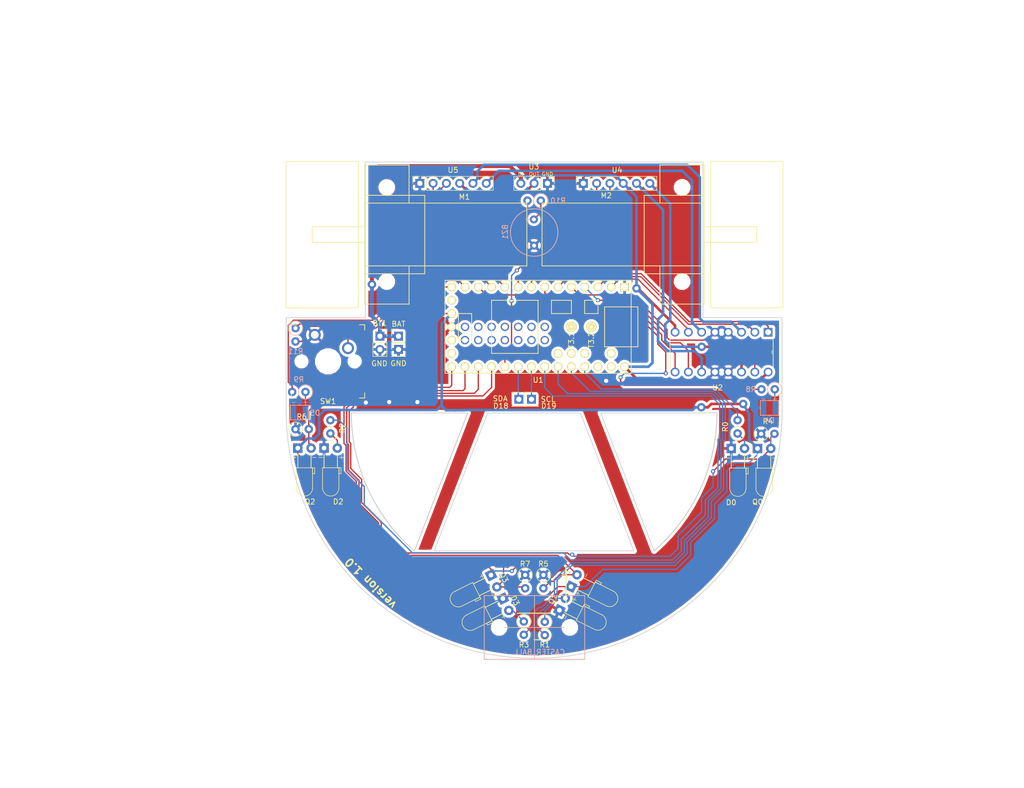
<source format=kicad_pcb>
(kicad_pcb (version 20171130) (host pcbnew "(5.0.0-3-g5ebb6b6)")
  (layers (0 F.Cu signal) (31 B.Cu signal) (34 B.Paste user) (35 F.Paste user) (36 B.SilkS user) (37 F.SilkS user) (38 B.Mask user) (39 F.Mask user) (44 Edge.Cuts user))
  (net 0 "")
  (net 1 /vBatt)
  (net 2 /GND)
  (net 3 "Net-(D0-Pad2)")
  (net 4 "Net-(D1-Pad2)")
  (net 5 "Net-(D2-Pad2)")
  (net 6 "Net-(D3-Pad2)")
  (net 7 /3.3v)
  (net 8 /Reciever_0)
  (net 9 /Reciever_1)
  (net 10 /Reciever_2)
  (net 11 /Reciever_3)
  (net 12 /Emitter_0)
  (net 13 /Emitter_1)
  (net 14 /Emitter_3)
  (net 15 "Net-(U1-Pad18)")
  (net 16 "Net-(U1-Pad19)")
  (net 17 "Net-(U1-Pad15)")
  (net 18 /Emitter_2)
  (net 19 /M2_speed)
  (net 20 /M1_speed)
  (net 21 "Net-(U1-Pad31)")
  (net 22 "Net-(U1-Pad32)")
  (net 23 /5v)
  (net 24 "Net-(U1-Pad34)")
  (net 25 "Net-(U1-Pad35)")
  (net 26 "Net-(U1-Pad36)")
  (net 27 "Net-(U1-Pad37)")
  (net 28 "Net-(U1-Pad38)")
  (net 29 "Net-(U1-Pad39)")
  (net 30 "Net-(U1-Pad40)")
  (net 31 "Net-(U1-Pad41)")
  (net 32 "Net-(U1-Pad42)")
  (net 33 "Net-(U1-Pad43)")
  (net 34 "Net-(U1-Pad44)")
  (net 35 "Net-(U1-Pad45)")
  (net 36 "Net-(U1-Pad46)")
  (net 37 "Net-(U1-Pad47)")
  (net 38 "Net-(U1-Pad48)")
  (net 39 "Net-(U1-Pad49)")
  (net 40 "Net-(U1-Pad50)")
  (net 41 "Net-(U1-Pad51)")
  (net 42 "Net-(U1-Pad52)")
  (net 43 /M1_forward)
  (net 44 /OUT1)
  (net 45 /OUT2)
  (net 46 /M1_backward)
  (net 47 /M2_forward)
  (net 48 /OUT3)
  (net 49 /OUT4)
  (net 50 /M2_backward)
  (net 51 /M2_encoder_B)
  (net 52 /M2_encoder_A)
  (net 53 /M1_encoder_A)
  (net 54 /M1_encoder_B)
  (net 55 "Net-(BZ1-Pad1)")
  (net 56 "Net-(D4-Pad2)")
  (net 57 "Net-(D5-Pad2)")
  (net 58 /i2c_SCL)
  (net 59 /i2c_SDA)
  (net 60 /STATUS_LED_0)
  (net 61 /STATUS_LED_1)
  (net 62 /Buzzer)
  (net 63 /PUSH_SW)
  (module Connector_PinSocket_2.54mm:PinSocket_1x02_P2.54mm_Vertical (layer F.Cu) (at 129.032 88.138)
    (fp_text reference BT1 (at -0.0508 -2.4892) (layer F.SilkS))
    (fp_text value Battery_Cell)
    (pad 1 thru_hole rect (at 0 0) (size 1.7 1.7) (drill 1) (layers *.Cu *.Mask) (net 1 /vBatt))
    (pad 2 thru_hole oval (at 0 2.54) (size 1.7 1.7) (drill 1) (layers *.Cu *.Mask) (net 2 /GND))
  )
  (module LED_THT:LED_D3.0mm_Horizontal_O3.81mm_Z2.0mm (layer F.Cu) (at 196.1515 109.601)
    (fp_text reference D0 (at -0.0127 10.3378 180) (layer F.SilkS))
    (fp_text value IRL81A)
    (pad 2 thru_hole circle (at 2.54 0) (size 1.8 1.8) (drill 0.9) (layers *.Cu *.Mask) (net 3 "Net-(D0-Pad2)"))
    (pad 1 thru_hole rect (at 0 0) (size 1.8 1.8) (drill 0.9) (layers *.Cu *.Mask) (net 2 /GND))
  )
  (module LED_THT:LED_D3.0mm_Horizontal_O3.81mm_Z2.0mm (layer F.Cu) (at 163.322 140.5255 63.5)
    (fp_text reference D1 (at 6.829089 -1.928996 63.5) (layer F.SilkS))
    (fp_text value IRL81A)
    (pad 1 thru_hole rect (at 0 0 63.5) (size 1.8 1.8) (drill 0.9) (layers *.Cu *.Mask) (net 2 /GND))
    (pad 2 thru_hole circle (at 2.54 0 63.5) (size 1.8 1.8) (drill 0.9) (layers *.Cu *.Mask) (net 4 "Net-(D1-Pad2)"))
  )
  (module LED_THT:LED_D3.0mm_Horizontal_O3.81mm_Z2.0mm (layer F.Cu) (at 118.364 109.5375)
    (fp_text reference D2 (at 2.6924 10.2489 180) (layer F.SilkS))
    (fp_text value IRL81A)
    (pad 2 thru_hole circle (at 2.54 0) (size 1.8 1.8) (drill 0.9) (layers *.Cu *.Mask) (net 5 "Net-(D2-Pad2)"))
    (pad 1 thru_hole rect (at 0 0) (size 1.8 1.8) (drill 0.9) (layers *.Cu *.Mask) (net 2 /GND))
  )
  (module LED_THT:LED_D3.0mm_Horizontal_O3.81mm_Z2.0mm (layer F.Cu) (at 152.527 138.303 296.5)
    (fp_text reference D3 (at 1.372312 -1.89855 296.5) (layer F.SilkS))
    (fp_text value IRL81A)
    (pad 1 thru_hole rect (at 0 0 296.5) (size 1.8 1.8) (drill 0.9) (layers *.Cu *.Mask) (net 2 /GND))
    (pad 2 thru_hole circle (at 2.54 0 296.5) (size 1.8 1.8) (drill 0.9) (layers *.Cu *.Mask) (net 6 "Net-(D3-Pad2)"))
  )
  (module LED_THT:LED_D3.0mm_Horizontal_O3.81mm_Z2.0mm (layer F.Cu) (at 201.164677 109.616645)
    (fp_text reference Q0 (at 0.003323 10.220555 180) (layer F.SilkS))
    (fp_text value Q_Photo_NPN)
    (pad 1 thru_hole rect (at 0 0) (size 1.8 1.8) (drill 0.9) (layers *.Cu *.Mask) (net 7 /3.3v))
    (pad 2 thru_hole circle (at 2.54 0) (size 1.8 1.8) (drill 0.9) (layers *.Cu *.Mask) (net 8 /Reciever_0))
  )
  (module LED_THT:LED_D3.0mm_Horizontal_O3.81mm_Z2.0mm (layer F.Cu) (at 165.5445 136.017 63.5)
    (fp_text reference Q1 (at -3.695156 -2.00342 63.5) (layer F.SilkS))
    (fp_text value Q_Photo_NPN)
    (pad 2 thru_hole circle (at 2.54 0 63.5) (size 1.8 1.8) (drill 0.9) (layers *.Cu *.Mask) (net 9 /Reciever_1))
    (pad 1 thru_hole rect (at 0 0 63.5) (size 1.8 1.8) (drill 0.9) (layers *.Cu *.Mask) (net 7 /3.3v))
  )
  (module LED_THT:LED_D3.0mm_Horizontal_O3.81mm_Z2.0mm (layer F.Cu) (at 113.346989 109.548045)
    (fp_text reference Q2 (at 2.324611 10.238355 180) (layer F.SilkS))
    (fp_text value Q_Photo_NPN)
    (pad 1 thru_hole rect (at 0 0) (size 1.8 1.8) (drill 0.9) (layers *.Cu *.Mask) (net 7 /3.3v))
    (pad 2 thru_hole circle (at 2.54 0) (size 1.8 1.8) (drill 0.9) (layers *.Cu *.Mask) (net 10 /Reciever_2))
  )
  (module LED_THT:LED_D3.0mm_Horizontal_O3.81mm_Z2.0mm (layer F.Cu) (at 150.250658 133.807367 296.5)
    (fp_text reference Q3 (at 1.504047 -1.992369 296.5) (layer F.SilkS))
    (fp_text value Q_Photo_NPN)
    (pad 2 thru_hole circle (at 2.54 0 296.5) (size 1.8 1.8) (drill 0.9) (layers *.Cu *.Mask) (net 11 /Reciever_3))
    (pad 1 thru_hole rect (at 0 0 296.5) (size 1.8 1.8) (drill 0.9) (layers *.Cu *.Mask) (net 7 /3.3v))
  )
  (module Resistor_THT:R_Axial_DIN0207_L6.3mm_D2.5mm_P2.54mm_Vertical (layer F.Cu) (at 197.358 106.7435 90)
    (fp_text reference R0 (at 1.2827 -2.3368 270) (layer F.SilkS))
    (fp_text value R)
    (pad 1 thru_hole circle (at 0 0 90) (size 1.6 1.6) (drill 0.8) (layers *.Cu *.Mask) (net 3 "Net-(D0-Pad2)"))
    (pad 2 thru_hole oval (at 2.54 0 90) (size 1.6 1.6) (drill 0.8) (layers *.Cu *.Mask) (net 12 /Emitter_0))
  )
  (module Resistor_THT:R_Axial_DIN0207_L6.3mm_D2.5mm_P2.54mm_Vertical (layer F.Cu) (at 160.528 142.748 270)
    (fp_text reference R1 (at 4.3688 0) (layer F.SilkS))
    (fp_text value R)
    (pad 2 thru_hole oval (at 2.54 0 270) (size 1.6 1.6) (drill 0.8) (layers *.Cu *.Mask) (net 13 /Emitter_1))
    (pad 1 thru_hole circle (at 0 0 270) (size 1.6 1.6) (drill 0.8) (layers *.Cu *.Mask) (net 4 "Net-(D1-Pad2)"))
  )
  (module Resistor_THT:R_Axial_DIN0207_L6.3mm_D2.5mm_P2.54mm_Vertical (layer F.Cu) (at 119.5705 106.7435 90)
    (fp_text reference R2 (at 1.0287 2.2987 270) (layer F.SilkS))
    (fp_text value R)
    (pad 2 thru_hole oval (at 2.54 0 90) (size 1.6 1.6) (drill 0.8) (layers *.Cu *.Mask) (net 18 /Emitter_2))
    (pad 1 thru_hole circle (at 0 0 90) (size 1.6 1.6) (drill 0.8) (layers *.Cu *.Mask) (net 5 "Net-(D2-Pad2)"))
  )
  (module Resistor_THT:R_Axial_DIN0207_L6.3mm_D2.5mm_P2.54mm_Vertical (layer F.Cu) (at 156.5275 142.6845 270)
    (fp_text reference R3 (at 4.4323 -0.0381) (layer F.SilkS))
    (fp_text value R)
    (pad 1 thru_hole circle (at 0 0 270) (size 1.6 1.6) (drill 0.8) (layers *.Cu *.Mask) (net 6 "Net-(D3-Pad2)"))
    (pad 2 thru_hole oval (at 2.54 0 270) (size 1.6 1.6) (drill 0.8) (layers *.Cu *.Mask) (net 14 /Emitter_3))
  )
  (module Resistor_THT:R_Axial_DIN0207_L6.3mm_D2.5mm_P2.54mm_Vertical (layer F.Cu) (at 201.8665 106.807)
    (fp_text reference R4 (at 1.2827 -2.3622 180) (layer F.SilkS))
    (fp_text value R)
    (pad 1 thru_hole circle (at 0 0) (size 1.6 1.6) (drill 0.8) (layers *.Cu *.Mask) (net 2 /GND))
    (pad 2 thru_hole oval (at 2.54 0) (size 1.6 1.6) (drill 0.8) (layers *.Cu *.Mask) (net 8 /Reciever_0))
  )
  (module Resistor_THT:R_Axial_DIN0207_L6.3mm_D2.5mm_P2.54mm_Vertical (layer F.Cu) (at 160.274 133.7945 270)
    (fp_text reference R5 (at -2.1209 0) (layer F.SilkS))
    (fp_text value R)
    (pad 2 thru_hole oval (at 2.54 0 270) (size 1.6 1.6) (drill 0.8) (layers *.Cu *.Mask) (net 9 /Reciever_1))
    (pad 1 thru_hole circle (at 0 0 270) (size 1.6 1.6) (drill 0.8) (layers *.Cu *.Mask) (net 2 /GND))
  )
  (module Resistor_THT:R_Axial_DIN0207_L6.3mm_D2.5mm_P2.54mm_Vertical (layer F.Cu) (at 112.903 105.918)
    (fp_text reference R6 (at 1.1938 -2.3876 180) (layer F.SilkS))
    (fp_text value R)
    (pad 1 thru_hole circle (at 0 0) (size 1.6 1.6) (drill 0.8) (layers *.Cu *.Mask) (net 2 /GND))
    (pad 2 thru_hole oval (at 2.54 0) (size 1.6 1.6) (drill 0.8) (layers *.Cu *.Mask) (net 10 /Reciever_2))
  )
  (module Resistor_THT:R_Axial_DIN0207_L6.3mm_D2.5mm_P2.54mm_Vertical (layer F.Cu) (at 156.7815 133.7945 270)
    (fp_text reference R7 (at -2.1209 0.0127) (layer F.SilkS))
    (fp_text value R)
    (pad 2 thru_hole oval (at 2.54 0 270) (size 1.6 1.6) (drill 0.8) (layers *.Cu *.Mask) (net 11 /Reciever_3))
    (pad 1 thru_hole circle (at 0 0 270) (size 1.6 1.6) (drill 0.8) (layers *.Cu *.Mask) (net 2 /GND))
  )
  (module teensy:Teensy30_31_32_LC (layer F.Cu) (at 159.258 86.36 180)
    (fp_text reference U1 (at 0 -10.16 180) (layer F.SilkS))
    (fp_text value Teensy3.2)
    (fp_text user T3.2 (at -10.16 -2.54 270) (layer F.SilkS))
    (fp_text user T3.1 (at -6.35 -2.54 270) (layer F.SilkS))
    (pad 17 thru_hole circle (at 16.51 0 180) (size 1.6 1.6) (drill 1.1) (layers *.Cu *.Mask F.SilkS) (net 2 /GND))
    (pad 18 thru_hole circle (at 16.51 -2.54 180) (size 1.6 1.6) (drill 1.1) (layers *.Cu *.Mask F.SilkS) (net 15 "Net-(U1-Pad18)"))
    (pad 19 thru_hole circle (at 16.51 -5.08 180) (size 1.6 1.6) (drill 1.1) (layers *.Cu *.Mask F.SilkS) (net 16 "Net-(U1-Pad19)"))
    (pad 20 thru_hole circle (at 16.51 -7.62 180) (size 1.6 1.6) (drill 1.1) (layers *.Cu *.Mask F.SilkS) (net 10 /Reciever_2))
    (pad 16 thru_hole circle (at 16.51 2.54 180) (size 1.6 1.6) (drill 1.1) (layers *.Cu *.Mask F.SilkS) (net 7 /3.3v))
    (pad 15 thru_hole circle (at 16.51 5.08 180) (size 1.6 1.6) (drill 1.1) (layers *.Cu *.Mask F.SilkS) (net 17 "Net-(U1-Pad15)"))
    (pad 14 thru_hole circle (at 16.51 7.62 180) (size 1.6 1.6) (drill 1.1) (layers *.Cu *.Mask F.SilkS) (net 63 /PUSH_SW))
    (pad 21 thru_hole circle (at 13.97 -7.62 180) (size 1.6 1.6) (drill 1.1) (layers *.Cu *.Mask F.SilkS) (net 11 /Reciever_3))
    (pad 22 thru_hole circle (at 11.43 -7.62 180) (size 1.6 1.6) (drill 1.1) (layers *.Cu *.Mask F.SilkS) (net 9 /Reciever_1))
    (pad 23 thru_hole circle (at 8.89 -7.62 180) (size 1.6 1.6) (drill 1.1) (layers *.Cu *.Mask F.SilkS) (net 8 /Reciever_0))
    (pad 24 thru_hole circle (at 6.35 -7.62 180) (size 1.6 1.6) (drill 1.1) (layers *.Cu *.Mask F.SilkS) (net 62 /Buzzer))
    (pad 25 thru_hole circle (at 3.81 -7.62 180) (size 1.6 1.6) (drill 1.1) (layers *.Cu *.Mask F.SilkS) (net 59 /i2c_SDA))
    (pad 26 thru_hole circle (at 1.27 -7.62 180) (size 1.6 1.6) (drill 1.1) (layers *.Cu *.Mask F.SilkS) (net 58 /i2c_SCL))
    (pad 27 thru_hole circle (at -1.27 -7.62 180) (size 1.6 1.6) (drill 1.1) (layers *.Cu *.Mask F.SilkS) (net 18 /Emitter_2))
    (pad 28 thru_hole circle (at -3.81 -7.62 180) (size 1.6 1.6) (drill 1.1) (layers *.Cu *.Mask F.SilkS) (net 14 /Emitter_3))
    (pad 29 thru_hole circle (at -6.35 -7.62 180) (size 1.6 1.6) (drill 1.1) (layers *.Cu *.Mask F.SilkS) (net 13 /Emitter_1))
    (pad 30 thru_hole circle (at -8.89 -7.62 180) (size 1.6 1.6) (drill 1.1) (layers *.Cu *.Mask F.SilkS) (net 12 /Emitter_0))
    (pad 31 thru_hole circle (at -11.43 -7.62 180) (size 1.6 1.6) (drill 1.1) (layers *.Cu *.Mask F.SilkS) (net 21 "Net-(U1-Pad31)"))
    (pad 32 thru_hole circle (at -13.97 -7.62 180) (size 1.6 1.6) (drill 1.1) (layers *.Cu *.Mask F.SilkS) (net 22 "Net-(U1-Pad32)"))
    (pad 33 thru_hole circle (at -16.51 -7.62 180) (size 1.6 1.6) (drill 1.1) (layers *.Cu *.Mask F.SilkS) (net 23 /5v))
    (pad 34 thru_hole circle (at -13.97 -5.08 180) (size 1.6 1.6) (drill 1.1) (layers *.Cu *.Mask F.SilkS) (net 24 "Net-(U1-Pad34)"))
    (pad 35 thru_hole circle (at -8.89 -5.08 180) (size 1.6 1.6) (drill 1.1) (layers *.Cu *.Mask F.SilkS) (net 25 "Net-(U1-Pad35)"))
    (pad 36 thru_hole circle (at -6.35 -5.08 180) (size 1.6 1.6) (drill 1.1) (layers *.Cu *.Mask F.SilkS) (net 26 "Net-(U1-Pad36)"))
    (pad 37 thru_hole circle (at -3.81 -5.08 180) (size 1.6 1.6) (drill 1.1) (layers *.Cu *.Mask F.SilkS) (net 27 "Net-(U1-Pad37)"))
    (pad 13 thru_hole circle (at 13.97 7.62 180) (size 1.6 1.6) (drill 1.1) (layers *.Cu *.Mask F.SilkS) (net 61 /STATUS_LED_1))
    (pad 12 thru_hole circle (at 11.43 7.62 180) (size 1.6 1.6) (drill 1.1) (layers *.Cu *.Mask F.SilkS) (net 60 /STATUS_LED_0))
    (pad 11 thru_hole circle (at 8.89 7.62 180) (size 1.6 1.6) (drill 1.1) (layers *.Cu *.Mask F.SilkS) (net 54 /M1_encoder_B))
    (pad 10 thru_hole circle (at 6.35 7.62 180) (size 1.6 1.6) (drill 1.1) (layers *.Cu *.Mask F.SilkS) (net 53 /M1_encoder_A))
    (pad 9 thru_hole circle (at 3.81 7.62 180) (size 1.6 1.6) (drill 1.1) (layers *.Cu *.Mask F.SilkS) (net 51 /M2_encoder_B))
    (pad 8 thru_hole circle (at 1.27 7.62 180) (size 1.6 1.6) (drill 1.1) (layers *.Cu *.Mask F.SilkS) (net 52 /M2_encoder_A))
    (pad 7 thru_hole circle (at -1.27 7.62 180) (size 1.6 1.6) (drill 1.1) (layers *.Cu *.Mask F.SilkS) (net 19 /M2_speed))
    (pad 6 thru_hole circle (at -3.81 7.62 180) (size 1.6 1.6) (drill 1.1) (layers *.Cu *.Mask F.SilkS) (net 20 /M1_speed))
    (pad 5 thru_hole circle (at -6.35 7.62 180) (size 1.6 1.6) (drill 1.1) (layers *.Cu *.Mask F.SilkS) (net 50 /M2_backward))
    (pad 4 thru_hole circle (at -8.89 7.62 180) (size 1.6 1.6) (drill 1.1) (layers *.Cu *.Mask F.SilkS) (net 47 /M2_forward))
    (pad 3 thru_hole circle (at -11.43 7.62 180) (size 1.6 1.6) (drill 1.1) (layers *.Cu *.Mask F.SilkS) (net 43 /M1_forward))
    (pad 2 thru_hole circle (at -13.97 7.62 180) (size 1.6 1.6) (drill 1.1) (layers *.Cu *.Mask F.SilkS) (net 46 /M1_backward))
    (pad 1 thru_hole rect (at -16.51 7.62 180) (size 1.6 1.6) (drill 1.1) (layers *.Cu *.Mask F.SilkS) (net 2 /GND))
    (pad 38 thru_hole circle (at -1.27 0 180) (size 1.6 1.6) (drill 1.1) (layers *.Cu *.Mask) (net 28 "Net-(U1-Pad38)"))
    (pad 39 thru_hole circle (at 1.27 0 180) (size 1.6 1.6) (drill 1.1) (layers *.Cu *.Mask) (net 29 "Net-(U1-Pad39)"))
    (pad 40 thru_hole circle (at 3.81 0 180) (size 1.6 1.6) (drill 1.1) (layers *.Cu *.Mask) (net 30 "Net-(U1-Pad40)"))
    (pad 41 thru_hole circle (at 6.35 0 180) (size 1.6 1.6) (drill 1.1) (layers *.Cu *.Mask) (net 31 "Net-(U1-Pad41)"))
    (pad 42 thru_hole circle (at 8.89 0 180) (size 1.6 1.6) (drill 1.1) (layers *.Cu *.Mask) (net 32 "Net-(U1-Pad42)"))
    (pad 43 thru_hole circle (at 11.43 0 180) (size 1.6 1.6) (drill 1.1) (layers *.Cu *.Mask) (net 33 "Net-(U1-Pad43)"))
    (pad 44 thru_hole circle (at 13.97 0 180) (size 1.6 1.6) (drill 1.1) (layers *.Cu *.Mask) (net 34 "Net-(U1-Pad44)"))
    (pad 45 thru_hole circle (at 13.97 -2.54 180) (size 1.6 1.6) (drill 1.1) (layers *.Cu *.Mask) (net 35 "Net-(U1-Pad45)"))
    (pad 46 thru_hole circle (at 11.43 -2.54 180) (size 1.6 1.6) (drill 1.1) (layers *.Cu *.Mask) (net 36 "Net-(U1-Pad46)"))
    (pad 47 thru_hole circle (at 8.89 -2.54 180) (size 1.6 1.6) (drill 1.1) (layers *.Cu *.Mask) (net 37 "Net-(U1-Pad47)"))
    (pad 48 thru_hole circle (at 6.35 -2.54 180) (size 1.6 1.6) (drill 1.1) (layers *.Cu *.Mask) (net 38 "Net-(U1-Pad48)"))
    (pad 49 thru_hole circle (at 3.81 -2.54 180) (size 1.6 1.6) (drill 1.1) (layers *.Cu *.Mask) (net 39 "Net-(U1-Pad49)"))
    (pad 50 thru_hole circle (at 1.27 -2.54 180) (size 1.6 1.6) (drill 1.1) (layers *.Cu *.Mask) (net 40 "Net-(U1-Pad50)"))
    (pad 51 thru_hole circle (at -1.27 -2.54 180) (size 1.6 1.6) (drill 1.1) (layers *.Cu *.Mask) (net 41 "Net-(U1-Pad51)"))
    (pad 52 thru_hole circle (at -6.35 0 180) (size 1.9 1.9) (drill 0.5) (layers *.Cu *.Mask F.SilkS) (net 42 "Net-(U1-Pad52)"))
    (pad 52 thru_hole circle (at -10.16 0 180) (size 1.9 1.9) (drill 0.5) (layers *.Cu *.Mask F.SilkS) (net 42 "Net-(U1-Pad52)"))
  )
  (module SN754410NE.kicad_mod:DIP254P762X508-16 (layer F.Cu) (at 185.42 94.996 270)
    (fp_text reference U2 (at 2.9972 -8.128) (layer F.SilkS))
    (fp_text value SN754410NE hide)
    (pad 1 thru_hole rect (at -7.62 -17.78 270) (size 1.6764 1.6764) (drill 1.1176) (layers *.Cu *.Mask) (net 20 /M1_speed))
    (pad 2 thru_hole circle (at -7.62 -15.24 270) (size 1.6764 1.6764) (drill 1.1176) (layers *.Cu *.Mask) (net 43 /M1_forward))
    (pad 3 thru_hole circle (at -7.62 -12.7 270) (size 1.6764 1.6764) (drill 1.1176) (layers *.Cu *.Mask) (net 44 /OUT1))
    (pad 4 thru_hole circle (at -7.62 -10.16 270) (size 1.6764 1.6764) (drill 1.1176) (layers *.Cu *.Mask) (net 2 /GND))
    (pad 5 thru_hole circle (at -7.62 -7.62 270) (size 1.6764 1.6764) (drill 1.1176) (layers *.Cu *.Mask) (net 2 /GND))
    (pad 6 thru_hole circle (at -7.62 -5.08 270) (size 1.6764 1.6764) (drill 1.1176) (layers *.Cu *.Mask) (net 45 /OUT2))
    (pad 7 thru_hole circle (at -7.62 -2.54 270) (size 1.6764 1.6764) (drill 1.1176) (layers *.Cu *.Mask) (net 46 /M1_backward))
    (pad 8 thru_hole circle (at -7.62 0 270) (size 1.6764 1.6764) (drill 1.1176) (layers *.Cu *.Mask) (net 23 /5v))
    (pad 9 thru_hole circle (at 0 0 270) (size 1.6764 1.6764) (drill 1.1176) (layers *.Cu *.Mask) (net 19 /M2_speed))
    (pad 10 thru_hole circle (at 0 -2.54 270) (size 1.6764 1.6764) (drill 1.1176) (layers *.Cu *.Mask) (net 47 /M2_forward))
    (pad 11 thru_hole circle (at 0 -5.08 270) (size 1.6764 1.6764) (drill 1.1176) (layers *.Cu *.Mask) (net 48 /OUT3))
    (pad 12 thru_hole circle (at 0 -7.62 270) (size 1.6764 1.6764) (drill 1.1176) (layers *.Cu *.Mask) (net 2 /GND))
    (pad 13 thru_hole circle (at 0 -10.16 270) (size 1.6764 1.6764) (drill 1.1176) (layers *.Cu *.Mask) (net 2 /GND))
    (pad 14 thru_hole circle (at 0 -12.7 270) (size 1.6764 1.6764) (drill 1.1176) (layers *.Cu *.Mask) (net 49 /OUT4))
    (pad 15 thru_hole circle (at 0 -15.24 270) (size 1.6764 1.6764) (drill 1.1176) (layers *.Cu *.Mask) (net 50 /M2_backward))
    (pad 16 thru_hole circle (at 0 -17.78 270) (size 1.6764 1.6764) (drill 1.1176) (layers *.Cu *.Mask) (net 23 /5v))
  )
  (module Connector_PinHeader_2.54mm:PinHeader_1x03_P2.54mm_Vertical (layer F.Cu) (at 161.036 58.928 270)
    (fp_text reference U3 (at -3.175 2.5908) (layer F.SilkS))
    (fp_text value LM1084-5.0)
    (pad 1 thru_hole rect (at 0 0 270) (size 1.7 1.7) (drill 1) (layers *.Cu *.Mask) (net 2 /GND))
    (pad 2 thru_hole oval (at 0 2.54 270) (size 1.7 1.7) (drill 1) (layers *.Cu *.Mask) (net 23 /5v))
    (pad 3 thru_hole oval (at 0 5.08 270) (size 1.7 1.7) (drill 1) (layers *.Cu *.Mask) (net 1 /vBatt))
  )
  (module misc:Motor_mouse (layer F.Cu) (at 157.099 68.707)
    (fp_text reference M1 (at -11.9253 -7.1882) (layer F.SilkS))
    (fp_text value Motor_DC)
    (pad "" np_thru_hole circle (at -26.75 9) (size 2.1844 2.1844) (drill 2.1844) (layers *.Cu *.Mask))
    (pad "" np_thru_hole circle (at -26.75 -9) (size 2.1844 2.1844) (drill 2.1844) (layers *.Cu *.Mask))
  )
  (module misc:Motor_mouse (layer F.Cu) (at 160.02 68.707 180)
    (fp_text reference M2 (at -12.2428 7.4422 180) (layer F.SilkS))
    (fp_text value Motor_DC)
    (pad "" np_thru_hole circle (at -26.75 9 180) (size 2.1844 2.1844) (drill 2.1844) (layers *.Cu *.Mask))
    (pad "" np_thru_hole circle (at -26.75 -9 180) (size 2.1844 2.1844) (drill 2.1844) (layers *.Cu *.Mask))
  )
  (module misc:Mouse_caster (layer B.Cu) (at 158.5595 143.8275)
    (fp_text reference M3 hide)
    (fp_text value CASTER_BALL (at 0.9525 4.7117) (layer B.SilkS) (effects (justify mirror)))
    (pad "" np_thru_hole circle (at 6.75 0) (size 2.1844 2.1844) (drill 2.1844) (layers *.Cu *.Mask))
    (pad "" np_thru_hole circle (at -6.75 0) (size 2.1844 2.1844) (drill 2.1844) (layers *.Cu *.Mask))
  )
  (module "misc:9x5.5mm Buzzer" (layer B.Cu) (at 158.496 68.326 90)
    (fp_text reference BZ1 (at 0.1 -5.55 90) (layer B.SilkS) (effects (justify mirror)))
    (fp_text value Buzzer)
    (fp_text user - (at -2.55 -1.35 90) (layer B.SilkS) (effects (justify mirror)))
    (fp_text user + (at 2.5 -1.3 90) (layer B.SilkS) (effects (justify mirror)))
    (pad 2 thru_hole circle (at -2.5 0 90) (size 1.524 1.524) (drill 0.762) (layers *.Cu *.Mask) (net 2 /GND))
    (pad 1 thru_hole circle (at 2.5 -0.05 90) (size 1.524 1.524) (drill 0.762) (layers *.Cu *.Mask) (net 55 "Net-(BZ1-Pad1)"))
  )
  (module misc:3528_SMD_LED (layer B.Cu) (at 203.454 101.854)
    (fp_text reference D4 (at 0 2.413) (layer B.SilkS) (effects (justify mirror)))
    (fp_text value STATUS_0)
    (pad 2 smd rect (at 1.1 0) (size 1 2.4) (layers B.Cu B.Paste B.Mask) (net 56 "Net-(D4-Pad2)"))
    (pad 1 smd rect (at -1.1 0) (size 1 2.4) (layers B.Cu B.Paste B.Mask) (net 2 /GND))
  )
  (module misc:3528_SMD_LED (layer B.Cu) (at 113.665 102.743)
    (fp_text reference D5 (at 2.9718 0.0762) (layer B.SilkS) (effects (justify mirror)))
    (fp_text value STATUS_1)
    (pad 1 smd rect (at -1.1 0) (size 1 2.4) (layers B.Cu B.Paste B.Mask) (net 2 /GND))
    (pad 2 smd rect (at 1.1 0) (size 1 2.4) (layers B.Cu B.Paste B.Mask) (net 57 "Net-(D5-Pad2)"))
  )
  (module Resistor_THT:R_Axial_DIN0207_L6.3mm_D2.5mm_P2.54mm_Vertical (layer B.Cu) (at 204.47 98.298 180)
    (fp_text reference R8 (at 4.572 0 180) (layer B.SilkS) (effects (justify mirror)))
    (fp_text value R)
    (pad 1 thru_hole circle (at 0 0 180) (size 1.6 1.6) (drill 0.8) (layers *.Cu *.Mask) (net 56 "Net-(D4-Pad2)"))
    (pad 2 thru_hole oval (at 2.54 0 180) (size 1.6 1.6) (drill 0.8) (layers *.Cu *.Mask) (net 60 /STATUS_LED_0))
  )
  (module Resistor_THT:R_Axial_DIN0207_L6.3mm_D2.5mm_P2.54mm_Vertical (layer B.Cu) (at 114.808 98.806 180)
    (fp_text reference R9 (at 1.27 2.3876 180) (layer B.SilkS) (effects (justify mirror)))
    (fp_text value R)
    (pad 2 thru_hole oval (at 2.54 0 180) (size 1.6 1.6) (drill 0.8) (layers *.Cu *.Mask) (net 61 /STATUS_LED_1))
    (pad 1 thru_hole circle (at 0 0 180) (size 1.6 1.6) (drill 0.8) (layers *.Cu *.Mask) (net 57 "Net-(D5-Pad2)"))
  )
  (module Resistor_THT:R_Axial_DIN0207_L6.3mm_D2.5mm_P2.54mm_Vertical (layer B.Cu) (at 159.766 62.23 180)
    (fp_text reference R10 (at -3.302 0 180) (layer B.SilkS) (effects (justify mirror)))
    (fp_text value R)
    (pad 2 thru_hole oval (at 2.54 0 180) (size 1.6 1.6) (drill 0.8) (layers *.Cu *.Mask) (net 62 /Buzzer))
    (pad 1 thru_hole circle (at 0 0 180) (size 1.6 1.6) (drill 0.8) (layers *.Cu *.Mask) (net 55 "Net-(BZ1-Pad1)"))
  )
  (module Resistor_THT:R_Axial_DIN0207_L6.3mm_D2.5mm_P2.54mm_Vertical (layer B.Cu) (at 112.903 86.614 270)
    (fp_text reference R11 (at 4.4196 -0.0254) (layer B.SilkS) (effects (justify mirror)))
    (fp_text value R)
    (pad 1 thru_hole circle (at 0 0 270) (size 1.6 1.6) (drill 0.8) (layers *.Cu *.Mask) (net 63 /PUSH_SW))
    (pad 2 thru_hole oval (at 2.54 0 270) (size 1.6 1.6) (drill 0.8) (layers *.Cu *.Mask) (net 7 /3.3v))
  )
  (module keyswitches:MX (layer B.Cu) (at 119.126 92.964 180)
    (fp_text reference SW1 (at 0 -7.62 180) (layer F.SilkS))
    (fp_text value SW_Push)
    (pad 1 thru_hole circle (at 2.54 5.08 180) (size 2.286 2.286) (drill 1.4986) (layers *.Cu *.Mask) (net 2 /GND))
    (pad "" np_thru_hole circle (at 0 0 180) (size 3.9878 3.9878) (drill 3.9878) (layers *.Cu *.Mask))
    (pad 2 thru_hole circle (at -3.81 2.54 180) (size 2.286 2.286) (drill 1.4986) (layers *.Cu *.Mask) (net 63 /PUSH_SW))
    (pad "" np_thru_hole circle (at 5.08 0 180) (size 1.7018 1.7018) (drill 1.7018) (layers *.Cu *.Mask))
    (pad "" np_thru_hole circle (at -5.08 0 180) (size 1.7018 1.7018) (drill 1.7018) (layers *.Cu *.Mask))
  )
  (module Connector_PinSocket_2.54mm:PinSocket_1x06_P2.54mm_Vertical (layer F.Cu) (at 167.894 58.928 90)
    (fp_text reference U4 (at 2.54 6.4516 180) (layer F.SilkS))
    (fp_text value Encoder_3081)
    (pad 6 thru_hole oval (at 0 12.7 90) (size 1.7 1.7) (drill 1) (layers *.Cu *.Mask) (net 49 /OUT4))
    (pad 5 thru_hole oval (at 0 10.16 90) (size 1.7 1.7) (drill 1) (layers *.Cu *.Mask) (net 48 /OUT3))
    (pad 4 thru_hole oval (at 0 7.62 90) (size 1.7 1.7) (drill 1) (layers *.Cu *.Mask) (net 23 /5v))
    (pad 3 thru_hole oval (at 0 5.08 90) (size 1.7 1.7) (drill 1) (layers *.Cu *.Mask) (net 52 /M2_encoder_A))
    (pad 2 thru_hole oval (at 0 2.54 90) (size 1.7 1.7) (drill 1) (layers *.Cu *.Mask) (net 51 /M2_encoder_B))
    (pad 1 thru_hole rect (at 0 0 90) (size 1.7 1.7) (drill 1) (layers *.Cu *.Mask) (net 2 /GND))
  )
  (module Connector_PinSocket_2.54mm:PinSocket_1x06_P2.54mm_Vertical (layer F.Cu) (at 136.652 58.928 90)
    (fp_text reference U5 (at 2.54 6.35 180) (layer F.SilkS))
    (fp_text value Encoder_3081)
    (pad 1 thru_hole rect (at 0 0 90) (size 1.7 1.7) (drill 1) (layers *.Cu *.Mask) (net 2 /GND))
    (pad 2 thru_hole oval (at 0 2.54 90) (size 1.7 1.7) (drill 1) (layers *.Cu *.Mask) (net 54 /M1_encoder_B))
    (pad 3 thru_hole oval (at 0 5.08 90) (size 1.7 1.7) (drill 1) (layers *.Cu *.Mask) (net 53 /M1_encoder_A))
    (pad 4 thru_hole oval (at 0 7.62 90) (size 1.7 1.7) (drill 1) (layers *.Cu *.Mask) (net 23 /5v))
    (pad 5 thru_hole oval (at 0 10.16 90) (size 1.7 1.7) (drill 1) (layers *.Cu *.Mask) (net 44 /OUT1))
    (pad 6 thru_hole oval (at 0 12.7 90) (size 1.7 1.7) (drill 1) (layers *.Cu *.Mask) (net 45 /OUT2))
  )
  (module Connector_PinHeader_2.54mm:PinHeader_1x01_P2.54mm_Vertical (layer F.Cu) (at 132.588 90.678)
    (fp_text reference GND (at 0 2.667) (layer F.SilkS))
    (fp_text value MountingHole_Pad)
    (pad 1 thru_hole rect (at 0 0) (size 1.7 1.7) (drill 1) (layers *.Cu *.Mask) (net 2 /GND))
  )
  (module Connector_PinHeader_2.54mm:PinHeader_1x01_P2.54mm_Vertical (layer F.Cu) (at 157.988 100.203)
    (fp_text reference SCL (at 3.175 0) (layer F.SilkS))
    (fp_text value MountingHole_Pad)
    (pad 1 thru_hole rect (at 0 0) (size 1.7 1.7) (drill 1) (layers *.Cu *.Mask) (net 58 /i2c_SCL))
  )
  (module Connector_PinHeader_2.54mm:PinHeader_1x01_P2.54mm_Vertical (layer F.Cu) (at 155.575 100.203)
    (fp_text reference SDA (at -3.556 -0.127) (layer F.SilkS))
    (fp_text value MountingHole_Pad)
    (pad 1 thru_hole rect (at 0 0) (size 1.7 1.7) (drill 1) (layers *.Cu *.Mask) (net 59 /i2c_SDA))
  )
  (module Connector_PinHeader_2.54mm:PinHeader_1x01_P2.54mm_Vertical (layer F.Cu) (at 132.588 88.138)
    (fp_text reference BAT (at 0 -2.33) (layer F.SilkS))
    (fp_text value MountingHole_Pad)
    (pad 1 thru_hole rect (at 0 0) (size 1.7 1.7) (drill 1) (layers *.Cu *.Mask) (net 1 /vBatt))
  )
  (gr_text "version 1.0" (at 127.254 135.382 135) (layer F.SilkS) (effects (font (size 1.5 1.5) (thickness 0.3))))
  (gr_text IN (at 155.956 57.15) (layer F.SilkS) (effects (font (size 0.7 0.7) (thickness 0.1))))
  (gr_text OUT (at 158.496 57.15) (layer F.SilkS) (effects (font (size 0.7 0.7) (thickness 0.1))))
  (gr_text GND (at 161.036 57.15) (layer F.SilkS) (effects (font (size 0.7 0.7) (thickness 0.1))))
  (gr_text + (at 204.47 100.076) (layer B.SilkS) (effects (font (size 1 1) (thickness 0.1)) (justify mirror)))
  (gr_text - (at 202.311 100.076) (layer B.SilkS) (effects (font (size 1 1) (thickness 0.1)) (justify mirror)))
  (gr_text + (at 114.808 100.711) (layer B.SilkS) (effects (font (size 1 1) (thickness 0.1)) (justify mirror)))
  (gr_text - (at 112.522 100.711) (layer B.SilkS) (effects (font (size 1 1) (thickness 0.1)) (justify mirror)))
  (gr_text D19 (at 161.29 101.473) (layer F.SilkS) (effects (font (size 1 1))))
  (gr_text D18 (at 152.146 101.473) (layer F.SilkS) (effects (font (size 1 1))))
  (gr_text + (at 121.666 111.252) (layer F.SilkS) (effects (font (size 1 1) (thickness 0.1))))
  (gr_text - (at 117.729 111.252) (layer F.SilkS) (effects (font (size 1 1) (thickness 0.1))))
  (gr_text - (at 195.58 111.379) (layer F.SilkS) (effects (font (size 1 1) (thickness 0.1))))
  (gr_text + (at 199.263 111.379) (layer F.SilkS) (effects (font (size 1 1) (thickness 0.1))))
  (gr_text - (at 204.343 111.379) (layer F.SilkS) (effects (font (size 1 1) (thickness 0.1))))
  (gr_text + (at 200.406 111.379) (layer F.SilkS) (effects (font (size 1 1) (thickness 0.1))))
  (gr_text + (at 152.781 141.732 296.5) (layer F.SilkS) (effects (font (size 1 1) (thickness 0.1))))
  (gr_text - (at 151.003 138.303 296.5) (layer F.SilkS) (effects (font (size 1 1) (thickness 0.1))))
  (gr_text + (at 166.116 138.43 63.5) (layer F.SilkS) (effects (font (size 1 1) (thickness 0.1))))
  (gr_text - (at 164.465 141.859 63.5) (layer F.SilkS) (effects (font (size 1 1) (thickness 0.1))))
  (gr_text - (at 168.402 133.858 63.5) (layer F.SilkS) (effects (font (size 1 1) (thickness 0.1))))
  (gr_text + (at 166.751 137.287 63.5) (layer F.SilkS) (effects (font (size 1 1) (thickness 0.1))))
  (gr_text - (at 150.495 137.287 296.5) (layer F.SilkS) (effects (font (size 1 1) (thickness 0.1))))
  (gr_text + (at 148.59 133.985 296.5) (layer F.SilkS) (effects (font (size 1 1) (thickness 0.1))))
  (gr_text - (at 116.459 111.252) (layer F.SilkS) (effects (font (size 1 1) (thickness 0.1))))
  (gr_text + (at 112.649 111.252) (layer F.SilkS) (effects (font (size 1 1) (thickness 0.1))))
  (gr_text "GND\n" (at 128.9304 93.3704) (layer F.SilkS) (effects (font (size 1 1))))
  (gr_line (start 167.3352 102.8192) (end 149.606 102.8192) (layer Edge.Cuts) (width 0.15))
  (gr_line (start 171.196 102.8192) (end 193.4464 102.8192) (layer Edge.Cuts) (width 0.15))
  (gr_line (start 177.546 129.1844) (end 167.3352 102.8192) (layer Edge.Cuts) (width 0.15))
  (gr_line (start 181.4068 129.1844) (end 171.196 102.8192) (layer Edge.Cuts) (width 0.15))
  (gr_line (start 149.606 102.8192) (end 139.3952 129.1844) (layer Edge.Cuts) (width 0.15))
  (gr_line (start 135.636 129.1844) (end 145.796 102.8192) (layer Edge.Cuts) (width 0.2))
  (gr_line (start 177.546 129.1844) (end 139.3952 129.1844) (layer Edge.Cuts) (width 0.15))
  (gr_arc (start 158.496 102.8065) (end 193.421 102.8065) (angle 48.98066035) (layer Edge.Cuts) (width 0.2))
  (gr_arc (start 158.496 102.8065) (end 123.571 102.8065) (angle -49.08666684) (layer Edge.Cuts) (width 0.2))
  (gr_line (start 158.496 141.097) (end 155.321 141.097) (layer F.SilkS) (width 0.2))
  (gr_line (start 161.671 141.097) (end 158.496 141.097) (layer F.SilkS) (width 0.2))
  (gr_line (start 164.592 139.2555) (end 164.592 132.3975) (layer F.SilkS) (width 0.2))
  (gr_line (start 161.4805 146.177) (end 158.496 146.177) (layer F.SilkS) (width 0.2))
  (gr_line (start 145.796 102.8192) (end 123.571 102.8065) (layer Edge.Cuts) (width 0.15))
  (gr_line (start 205.867 84.582) (end 190.754 84.582) (layer Edge.Cuts) (width 0.15))
  (gr_line (start 205.867 102.616) (end 205.867 84.582) (layer Edge.Cuts) (width 0.15))
  (gr_line (start 190.754 54.864) (end 190.754 84.582) (layer Edge.Cuts) (width 0.15))
  (gr_line (start 126.238 54.864) (end 190.754 54.864) (layer Edge.Cuts) (width 0.15))
  (gr_line (start 126.238 84.582) (end 126.238 54.864) (layer Edge.Cuts) (width 0.15))
  (gr_line (start 111.125 84.582) (end 126.238 84.582) (layer Edge.Cuts) (width 0.15))
  (gr_line (start 111.125 102.362) (end 111.125 84.582) (layer Edge.Cuts) (width 0.15))
  (gr_arc (start 158.496 102.362) (end 111.125 102.362) (angle -179.6927874) (layer Edge.Cuts) (width 0.15))
  (segment (start 155.956 57.725919) (end 153.856081 55.626) (width 0.75) (layer F.Cu) (net 1))
  (segment (start 155.956 58.928) (end 155.956 57.725919) (width 0.75) (layer F.Cu) (net 1))
  (segment (start 153.856081 55.626) (end 128.778 55.626) (width 0.75) (layer F.Cu) (net 1))
  (segment (start 129.032 88.138) (end 129.032 86.538) (width 0.75) (layer B.Cu) (net 1))
  (segment (start 127.508 56.896) (end 128.778 55.626) (width 0.75) (layer F.Cu) (net 1))
  (segment (start 129.032 86.538) (end 129.032 85.852) (width 0.75) (layer B.Cu) (net 1))
  (segment (start 127.508 84.328) (end 127.508 81.788) (width 0.75) (layer B.Cu) (net 1))
  (segment (start 129.032 85.852) (end 127.508 84.328) (width 0.75) (layer B.Cu) (net 1))
  (via (at 127.508 78.232) (size 1.6) (drill 0.8) (layers F.Cu B.Cu) (net 1))
  (segment (start 127.508 81.788) (end 127.508 78.232) (width 0.75) (layer B.Cu) (net 1))
  (segment (start 127.508 78.232) (end 127.508 56.896) (width 0.75) (layer F.Cu) (net 1))
  (segment (start 132.588 88.138) (end 129.032 88.138) (width 0.75) (layer B.Cu) (net 1))
  (segment (start 112.903 103.081) (end 112.565 102.743) (width 0.5) (layer B.Cu) (net 2))
  (segment (start 112.903 105.918) (end 112.903 103.081) (width 0.5) (layer B.Cu) (net 2))
  (via (at 136.1948 100.7364) (size 1.6) (drill 0.8) (layers F.Cu B.Cu) (net 2))
  (via (at 130.81 100.7364) (size 1.6) (drill 0.8) (layers F.Cu B.Cu) (net 2))
  (via (at 172.2628 96.6724) (size 1.6) (drill 0.8) (layers F.Cu B.Cu) (net 2))
  (via (at 126.3396 100.838) (size 1.6) (drill 0.8) (layers F.Cu B.Cu) (net 2))
  (segment (start 198.6915 108.077) (end 198.6915 109.601) (width 0.25) (layer B.Cu) (net 3))
  (segment (start 197.358 106.7435) (end 198.6915 108.077) (width 0.25) (layer B.Cu) (net 3))
  (segment (start 160.528 140.7795) (end 160.528 142.748) (width 0.25) (layer B.Cu) (net 4))
  (segment (start 163.055133 138.252367) (end 160.528 140.7795) (width 0.25) (layer B.Cu) (net 4))
  (segment (start 164.455342 138.252367) (end 163.055133 138.252367) (width 0.25) (layer B.Cu) (net 4))
  (segment (start 120.904 108.077) (end 119.5705 106.7435) (width 0.25) (layer F.Cu) (net 5))
  (segment (start 120.904 109.5375) (end 120.904 108.077) (width 0.25) (layer F.Cu) (net 5))
  (segment (start 154.419133 140.576133) (end 153.660342 140.576133) (width 0.25) (layer B.Cu) (net 6))
  (segment (start 156.5275 142.6845) (end 154.419133 140.576133) (width 0.25) (layer B.Cu) (net 6))
  (segment (start 201.164677 110.766645) (end 199.599822 112.3315) (width 0.25) (layer B.Cu) (net 7))
  (segment (start 201.164677 109.616645) (end 201.164677 110.766645) (width 0.25) (layer B.Cu) (net 7))
  (segment (start 199.599822 112.3315) (end 196.9135 112.3315) (width 0.25) (layer B.Cu) (net 7))
  (segment (start 196.9135 112.3315) (end 195.326 113.919) (width 0.25) (layer B.Cu) (net 7))
  (segment (start 195.326 113.919) (end 195.326 117.856) (width 0.25) (layer B.Cu) (net 7))
  (segment (start 195.326 117.856) (end 192.9765 120.2055) (width 0.25) (layer B.Cu) (net 7))
  (segment (start 192.9765 120.2055) (end 192.9765 122.9995) (width 0.25) (layer B.Cu) (net 7))
  (segment (start 192.9765 122.9995) (end 188.4045 127.5715) (width 0.25) (layer B.Cu) (net 7))
  (segment (start 188.4045 127.5715) (end 188.4045 129.9845) (width 0.25) (layer B.Cu) (net 7))
  (segment (start 188.4045 129.9845) (end 185.674 132.715) (width 0.25) (layer B.Cu) (net 7))
  (segment (start 185.674 132.715) (end 171.577 132.715) (width 0.25) (layer B.Cu) (net 7))
  (segment (start 168.275 136.017) (end 165.5445 136.017) (width 0.25) (layer B.Cu) (net 7))
  (segment (start 171.577 132.715) (end 168.275 136.017) (width 0.25) (layer B.Cu) (net 7))
  (segment (start 165.5445 136.017) (end 163.0045 136.017) (width 0.25) (layer F.Cu) (net 7))
  (segment (start 163.0045 136.017) (end 160.9725 138.049) (width 0.25) (layer F.Cu) (net 7))
  (segment (start 160.9725 138.049) (end 159.385 138.049) (width 0.25) (layer F.Cu) (net 7))
  (segment (start 159.385 138.049) (end 158.5595 137.2235) (width 0.25) (layer F.Cu) (net 7))
  (segment (start 158.5595 137.2235) (end 158.5595 132.9055) (width 0.25) (layer F.Cu) (net 7))
  (segment (start 158.5595 132.9055) (end 157.861 132.207) (width 0.25) (layer F.Cu) (net 7))
  (via (at 154.2415 133.0325) (size 0.8) (drill 0.4) (layers F.Cu B.Cu) (net 7))
  (segment (start 155.067 132.207) (end 154.2415 133.0325) (width 0.25) (layer F.Cu) (net 7))
  (segment (start 157.861 132.207) (end 155.067 132.207) (width 0.25) (layer F.Cu) (net 7))
  (segment (start 151.025525 133.0325) (end 150.250658 133.807367) (width 0.25) (layer B.Cu) (net 7))
  (segment (start 154.2415 133.0325) (end 151.025525 133.0325) (width 0.25) (layer B.Cu) (net 7))
  (segment (start 113.346989 110.698045) (end 113.346989 109.548045) (width 0.25) (layer F.Cu) (net 7))
  (segment (start 114.027944 111.379) (end 113.346989 110.698045) (width 0.25) (layer F.Cu) (net 7))
  (segment (start 120.9675 111.379) (end 114.027944 111.379) (width 0.25) (layer F.Cu) (net 7))
  (segment (start 121.9835 112.395) (end 120.9675 111.379) (width 0.25) (layer F.Cu) (net 7))
  (segment (start 127.5715 124.079) (end 123.952 120.4595) (width 0.25) (layer F.Cu) (net 7))
  (segment (start 121.9835 114.1095) (end 121.9835 112.395) (width 0.25) (layer F.Cu) (net 7))
  (segment (start 123.952 116.078) (end 121.9835 114.1095) (width 0.25) (layer F.Cu) (net 7))
  (segment (start 127.5715 126.6825) (end 127.5715 124.079) (width 0.25) (layer F.Cu) (net 7))
  (segment (start 132.08 131.191) (end 127.5715 126.6825) (width 0.25) (layer F.Cu) (net 7))
  (segment (start 148.739951 131.191) (end 132.08 131.191) (width 0.25) (layer F.Cu) (net 7))
  (segment (start 150.250658 132.701707) (end 148.739951 131.191) (width 0.25) (layer F.Cu) (net 7))
  (segment (start 123.952 120.4595) (end 123.952 116.078) (width 0.25) (layer F.Cu) (net 7))
  (segment (start 150.250658 133.807367) (end 150.250658 132.701707) (width 0.25) (layer F.Cu) (net 7))
  (segment (start 201.164677 109.616645) (end 201.164677 109.534177) (width 0.5) (layer B.Cu) (net 7))
  (segment (start 201.164677 109.534177) (end 199.5805 107.95) (width 0.5) (layer B.Cu) (net 7))
  (segment (start 199.5805 107.95) (end 199.5805 103.0605) (width 0.5) (layer B.Cu) (net 7))
  (segment (start 199.5805 103.0605) (end 198.4375 101.092) (width 0.5) (layer B.Cu) (net 7))
  (via (at 198.4375 101.092) (size 1.6) (drill 0.8) (layers F.Cu B.Cu) (net 7))
  (segment (start 198.4375 101.092) (end 192.3415 101.092) (width 0.5) (layer F.Cu) (net 7))
  (via (at 190.4365 101.7315) (size 1.6) (drill 0.8) (layers F.Cu B.Cu) (net 7))
  (segment (start 191.702 101.7315) (end 190.4365 101.7315) (width 0.5) (layer F.Cu) (net 7))
  (segment (start 192.3415 101.092) (end 191.702 101.7315) (width 0.5) (layer F.Cu) (net 7))
  (segment (start 189.30513 101.7315) (end 189.30063 101.727) (width 0.5) (layer B.Cu) (net 7))
  (segment (start 190.4365 101.7315) (end 189.30513 101.7315) (width 0.5) (layer B.Cu) (net 7))
  (segment (start 140.843 85.725) (end 142.748 83.82) (width 0.5) (layer B.Cu) (net 7))
  (segment (start 140.843 101.2698) (end 140.843 85.725) (width 0.5) (layer B.Cu) (net 7))
  (segment (start 139.863516 102.249284) (end 140.843 101.2698) (width 0.5) (layer B.Cu) (net 7))
  (segment (start 117.4115 103.3145) (end 118.476716 102.249284) (width 0.5) (layer B.Cu) (net 7))
  (segment (start 117.4115 106.8705) (end 117.4115 103.3145) (width 0.5) (layer B.Cu) (net 7))
  (segment (start 115.189 107.696) (end 116.586 107.696) (width 0.5) (layer B.Cu) (net 7))
  (segment (start 116.586 107.696) (end 117.4115 106.8705) (width 0.5) (layer B.Cu) (net 7))
  (segment (start 113.346989 109.538011) (end 115.189 107.696) (width 0.5) (layer B.Cu) (net 7))
  (segment (start 118.476716 102.249284) (end 139.863516 102.249284) (width 0.5) (layer B.Cu) (net 7))
  (segment (start 113.346989 109.548045) (end 113.346989 109.538011) (width 0.5) (layer B.Cu) (net 7))
  (segment (start 188.77623 102.2604) (end 189.30513 101.7315) (width 0.5) (layer B.Cu) (net 7))
  (segment (start 145.098736 102.2604) (end 188.77623 102.2604) (width 0.5) (layer B.Cu) (net 7))
  (segment (start 145.066368 102.292768) (end 145.098736 102.2604) (width 0.5) (layer B.Cu) (net 7))
  (segment (start 143.306839 102.292768) (end 145.066368 102.292768) (width 0.5) (layer B.Cu) (net 7))
  (segment (start 143.30591 102.291839) (end 143.306839 102.292768) (width 0.5) (layer B.Cu) (net 7))
  (segment (start 141.68121 102.291839) (end 143.30591 102.291839) (width 0.5) (layer B.Cu) (net 7))
  (segment (start 141.661828 102.291828) (end 141.68121 102.291839) (width 0.5) (layer B.Cu) (net 7))
  (segment (start 140.843 101.473) (end 141.661828 102.291828) (width 0.5) (layer B.Cu) (net 7))
  (segment (start 140.843 101.2698) (end 140.843 101.473) (width 0.5) (layer B.Cu) (net 7))
  (segment (start 114.554 87.249) (end 114.554 88.646) (width 0.25) (layer F.Cu) (net 7))
  (segment (start 115.538989 86.264011) (end 114.554 87.249) (width 0.25) (layer F.Cu) (net 7))
  (segment (start 120.681011 86.264011) (end 115.538989 86.264011) (width 0.25) (layer F.Cu) (net 7))
  (segment (start 122.174 88.392) (end 122.174 87.757) (width 0.25) (layer F.Cu) (net 7))
  (segment (start 120.904 90.932) (end 120.904 89.662) (width 0.25) (layer F.Cu) (net 7))
  (segment (start 121.92 91.948) (end 120.904 90.932) (width 0.25) (layer F.Cu) (net 7))
  (segment (start 121.92 92.964) (end 121.92 91.948) (width 0.25) (layer F.Cu) (net 7))
  (segment (start 114.046 89.154) (end 112.903 89.154) (width 0.25) (layer F.Cu) (net 7))
  (segment (start 125.73 93.472) (end 124.714 94.488) (width 0.25) (layer F.Cu) (net 7))
  (segment (start 122.174 87.757) (end 120.681011 86.264011) (width 0.25) (layer F.Cu) (net 7))
  (segment (start 123.444 94.488) (end 121.92 92.964) (width 0.25) (layer F.Cu) (net 7))
  (segment (start 131.064 83.82) (end 128.27 86.614) (width 0.25) (layer F.Cu) (net 7))
  (segment (start 125.73 90.424) (end 125.73 93.472) (width 0.25) (layer F.Cu) (net 7))
  (segment (start 120.904 89.662) (end 122.174 88.392) (width 0.25) (layer F.Cu) (net 7))
  (segment (start 124.46 86.614) (end 123.952 87.122) (width 0.25) (layer F.Cu) (net 7))
  (segment (start 128.27 86.614) (end 124.46 86.614) (width 0.25) (layer F.Cu) (net 7))
  (segment (start 124.714 94.488) (end 123.444 94.488) (width 0.25) (layer F.Cu) (net 7))
  (segment (start 114.554 88.646) (end 114.046 89.154) (width 0.25) (layer F.Cu) (net 7))
  (segment (start 123.952 88.646) (end 125.73 90.424) (width 0.25) (layer F.Cu) (net 7))
  (segment (start 123.952 87.122) (end 123.952 88.646) (width 0.25) (layer F.Cu) (net 7))
  (segment (start 142.748 83.82) (end 131.064 83.82) (width 0.25) (layer F.Cu) (net 7))
  (segment (start 150.368 93.98) (end 150.368 97.917) (width 0.25) (layer F.Cu) (net 8))
  (segment (start 150.368 97.917) (end 148.717 99.568) (width 0.25) (layer F.Cu) (net 8))
  (segment (start 148.717 99.568) (end 127.508 99.568) (width 0.25) (layer F.Cu) (net 8))
  (segment (start 124.334749 99.568) (end 123.952 99.950749) (width 0.25) (layer F.Cu) (net 8))
  (segment (start 127.508 99.568) (end 124.334749 99.568) (width 0.25) (layer F.Cu) (net 8))
  (segment (start 123.952 99.950749) (end 123.952 101.1555) (width 0.25) (layer F.Cu) (net 8))
  (segment (start 123.952 101.1555) (end 123.952 101.346) (width 0.25) (layer F.Cu) (net 8))
  (segment (start 201.688322 111.633) (end 203.704677 109.616645) (width 0.25) (layer F.Cu) (net 8))
  (segment (start 195.199 111.633) (end 201.688322 111.633) (width 0.25) (layer F.Cu) (net 8))
  (segment (start 129.286 123.698) (end 129.286 126.238) (width 0.25) (layer F.Cu) (net 8))
  (segment (start 125.5395 119.9515) (end 129.286 123.698) (width 0.25) (layer F.Cu) (net 8))
  (segment (start 125.5395 115.543106) (end 125.5395 119.9515) (width 0.25) (layer F.Cu) (net 8))
  (segment (start 123.952 101.1555) (end 123.952 101.6635) (width 0.25) (layer F.Cu) (net 8))
  (segment (start 123.45502 108.6567) (end 123.45502 113.42202) (width 0.25) (layer F.Cu) (net 8))
  (segment (start 129.286 126.238) (end 132.636161 129.588161) (width 0.25) (layer F.Cu) (net 8))
  (segment (start 123.17099 108.37267) (end 123.45502 108.6567) (width 0.25) (layer F.Cu) (net 8))
  (segment (start 123.952 101.6635) (end 123.17099 102.44451) (width 0.25) (layer F.Cu) (net 8))
  (segment (start 125.517224 115.484224) (end 125.5395 115.543106) (width 0.25) (layer F.Cu) (net 8))
  (segment (start 123.45502 113.42202) (end 125.517224 115.484224) (width 0.25) (layer F.Cu) (net 8))
  (segment (start 123.17099 102.44451) (end 123.17099 108.37267) (width 0.25) (layer F.Cu) (net 8))
  (segment (start 203.704677 107.508823) (end 204.4065 106.807) (width 0.25) (layer B.Cu) (net 8))
  (segment (start 203.704677 109.616645) (end 203.704677 107.508823) (width 0.25) (layer B.Cu) (net 8))
  (via (at 192.6844 113.9952) (size 0.8) (drill 0.4) (layers F.Cu B.Cu) (net 8))
  (segment (start 195.0466 111.633) (end 192.6844 113.9952) (width 0.25) (layer F.Cu) (net 8))
  (segment (start 195.199 111.633) (end 195.0466 111.633) (width 0.25) (layer F.Cu) (net 8))
  (segment (start 192.6844 113.9952) (end 192.6844 116.84) (width 0.25) (layer B.Cu) (net 8))
  (segment (start 192.6844 116.84) (end 190.5 119.0244) (width 0.25) (layer B.Cu) (net 8))
  (segment (start 190.5 119.0244) (end 190.5 121.7168) (width 0.25) (layer B.Cu) (net 8))
  (segment (start 190.5 121.7168) (end 186.182 126.0348) (width 0.25) (layer B.Cu) (net 8))
  (segment (start 186.182 126.0348) (end 185.9788 126.238) (width 0.25) (layer B.Cu) (net 8))
  (segment (start 185.9788 126.238) (end 185.9788 128.7272) (width 0.25) (layer B.Cu) (net 8))
  (segment (start 185.9788 128.7272) (end 184.5056 130.2004) (width 0.25) (layer B.Cu) (net 8))
  (via (at 165.7604 129.8956) (size 0.8) (drill 0.4) (layers F.Cu B.Cu) (net 8))
  (segment (start 166.0652 130.2004) (end 165.7604 129.8956) (width 0.25) (layer B.Cu) (net 8))
  (segment (start 184.5056 130.2004) (end 166.0652 130.2004) (width 0.25) (layer B.Cu) (net 8))
  (segment (start 164.887276 129.588161) (end 132.636161 129.588161) (width 0.25) (layer F.Cu) (net 8))
  (segment (start 165.194715 129.8956) (end 164.887276 129.588161) (width 0.25) (layer F.Cu) (net 8))
  (segment (start 165.7604 129.8956) (end 165.194715 129.8956) (width 0.25) (layer F.Cu) (net 8))
  (segment (start 162.972146 130.038171) (end 166.677842 133.743867) (width 0.25) (layer F.Cu) (net 9))
  (segment (start 132.449761 130.038171) (end 162.972146 130.038171) (width 0.25) (layer F.Cu) (net 9))
  (segment (start 128.778 123.82641) (end 128.778 126.36641) (width 0.25) (layer F.Cu) (net 9))
  (segment (start 123.00501 113.67051) (end 125.0315 115.697) (width 0.25) (layer F.Cu) (net 9))
  (segment (start 128.778 126.36641) (end 132.449761 130.038171) (width 0.25) (layer F.Cu) (net 9))
  (segment (start 123.444 99.822339) (end 123.444 101.092) (width 0.25) (layer F.Cu) (net 9))
  (segment (start 123.00501 108.8431) (end 123.00501 113.67051) (width 0.25) (layer F.Cu) (net 9))
  (segment (start 123.444 101.092) (end 122.682 101.854) (width 0.25) (layer F.Cu) (net 9))
  (segment (start 122.682 101.854) (end 122.682 108.52009) (width 0.25) (layer F.Cu) (net 9))
  (segment (start 125.0315 120.07991) (end 128.778 123.82641) (width 0.25) (layer F.Cu) (net 9))
  (segment (start 147.066 99.06) (end 124.206339 99.06) (width 0.25) (layer F.Cu) (net 9))
  (segment (start 147.828 98.298) (end 147.066 99.06) (width 0.25) (layer F.Cu) (net 9))
  (segment (start 122.682 108.52009) (end 123.00501 108.8431) (width 0.25) (layer F.Cu) (net 9))
  (segment (start 124.206339 99.06) (end 123.444 99.822339) (width 0.25) (layer F.Cu) (net 9))
  (segment (start 125.0315 115.697) (end 125.0315 120.07991) (width 0.25) (layer F.Cu) (net 9))
  (segment (start 147.828 93.98) (end 147.828 98.298) (width 0.25) (layer F.Cu) (net 9))
  (segment (start 166.677842 133.743867) (end 163.499633 133.743867) (width 0.25) (layer F.Cu) (net 9))
  (segment (start 163.499633 133.743867) (end 162.2425 135.001) (width 0.25) (layer F.Cu) (net 9))
  (segment (start 161.6075 135.001) (end 160.274 136.3345) (width 0.25) (layer F.Cu) (net 9))
  (segment (start 162.2425 135.001) (end 161.6075 135.001) (width 0.25) (layer F.Cu) (net 9))
  (segment (start 115.6335 109.294556) (end 115.886989 109.548045) (width 0.25) (layer F.Cu) (net 10))
  (segment (start 116.5225 101.346) (end 115.443 102.4255) (width 0.25) (layer F.Cu) (net 10))
  (segment (start 115.443 102.4255) (end 115.443 105.918) (width 0.25) (layer F.Cu) (net 10))
  (segment (start 122.428 99.565519) (end 122.428 100.5205) (width 0.25) (layer F.Cu) (net 10))
  (segment (start 142.367 97.917) (end 124.076519 97.917) (width 0.25) (layer F.Cu) (net 10))
  (segment (start 121.6025 101.346) (end 116.5225 101.346) (width 0.25) (layer F.Cu) (net 10))
  (segment (start 122.428 100.5205) (end 121.6025 101.346) (width 0.25) (layer F.Cu) (net 10))
  (segment (start 142.748 97.536) (end 142.367 97.917) (width 0.25) (layer F.Cu) (net 10))
  (segment (start 124.076519 97.917) (end 122.428 99.565519) (width 0.25) (layer F.Cu) (net 10))
  (segment (start 142.748 93.98) (end 142.748 97.536) (width 0.25) (layer F.Cu) (net 10))
  (segment (start 115.886989 109.028989) (end 115.443 108.585) (width 0.25) (layer F.Cu) (net 10))
  (segment (start 115.886989 109.548045) (end 115.886989 109.028989) (width 0.25) (layer F.Cu) (net 10))
  (segment (start 115.443 105.918) (end 115.443 108.585) (width 0.25) (layer F.Cu) (net 10))
  (segment (start 152.654 131.8895) (end 152.654 134.8105) (width 0.25) (layer F.Cu) (net 11))
  (segment (start 151.3205 130.556) (end 152.654 131.8895) (width 0.25) (layer F.Cu) (net 11))
  (segment (start 132.33118 130.556) (end 151.3205 130.556) (width 0.25) (layer F.Cu) (net 11))
  (segment (start 128.27 126.49482) (end 132.33118 130.556) (width 0.25) (layer F.Cu) (net 11))
  (segment (start 128.27 123.95482) (end 128.27 126.49482) (width 0.25) (layer F.Cu) (net 11))
  (segment (start 124.5235 115.8875) (end 124.5235 120.20832) (width 0.25) (layer F.Cu) (net 11))
  (segment (start 122.555 113.919) (end 124.5235 115.8875) (width 0.25) (layer F.Cu) (net 11))
  (segment (start 122.555 109.0295) (end 122.555 113.919) (width 0.25) (layer F.Cu) (net 11))
  (segment (start 124.077929 98.552) (end 122.936 99.693929) (width 0.25) (layer F.Cu) (net 11))
  (segment (start 122.174 101.6) (end 122.174 108.6485) (width 0.25) (layer F.Cu) (net 11))
  (segment (start 122.936 100.838) (end 122.174 101.6) (width 0.25) (layer F.Cu) (net 11))
  (segment (start 145.288 98.171) (end 144.907 98.552) (width 0.25) (layer F.Cu) (net 11))
  (segment (start 122.936 99.693929) (end 122.936 100.838) (width 0.25) (layer F.Cu) (net 11))
  (segment (start 122.174 108.6485) (end 122.555 109.0295) (width 0.25) (layer F.Cu) (net 11))
  (segment (start 152.654 134.8105) (end 151.384 136.0805) (width 0.25) (layer F.Cu) (net 11))
  (segment (start 124.5235 120.20832) (end 128.27 123.95482) (width 0.25) (layer F.Cu) (net 11))
  (segment (start 144.907 98.552) (end 124.077929 98.552) (width 0.25) (layer F.Cu) (net 11))
  (segment (start 145.288 93.98) (end 145.288 98.171) (width 0.25) (layer F.Cu) (net 11))
  (segment (start 156.5275 136.0805) (end 156.7815 136.3345) (width 0.25) (layer F.Cu) (net 11))
  (segment (start 151.384 136.0805) (end 156.5275 136.0805) (width 0.25) (layer F.Cu) (net 11))
  (segment (start 197.358 102.5525) (end 197.358 104.2035) (width 0.25) (layer B.Cu) (net 12))
  (segment (start 171.27113 98.2345) (end 193.04 98.2345) (width 0.25) (layer B.Cu) (net 12))
  (segment (start 168.148 95.11137) (end 171.27113 98.2345) (width 0.25) (layer B.Cu) (net 12))
  (segment (start 193.04 98.2345) (end 197.358 102.5525) (width 0.25) (layer B.Cu) (net 12))
  (segment (start 168.148 93.98) (end 168.148 95.11137) (width 0.25) (layer B.Cu) (net 12))
  (segment (start 159.0675 143.8275) (end 160.528 145.288) (width 0.25) (layer B.Cu) (net 13))
  (segment (start 159.0675 141.478) (end 159.0675 143.8275) (width 0.25) (layer B.Cu) (net 13))
  (segment (start 160.27259 140.3985) (end 160.147 140.3985) (width 0.25) (layer B.Cu) (net 13))
  (segment (start 162.8775 134.8105) (end 162.8775 137.79359) (width 0.25) (layer B.Cu) (net 13))
  (segment (start 192.3415 122.809) (end 187.706 127.4445) (width 0.25) (layer B.Cu) (net 13))
  (segment (start 185.42 131.953) (end 165.735 131.953) (width 0.25) (layer B.Cu) (net 13))
  (segment (start 194.691 108.204) (end 194.691 117.4115) (width 0.25) (layer B.Cu) (net 13))
  (segment (start 187.706 127.4445) (end 187.706 129.667) (width 0.25) (layer B.Cu) (net 13))
  (segment (start 192.79151 98.68451) (end 195.0085 100.9015) (width 0.25) (layer B.Cu) (net 13))
  (segment (start 192.3415 119.761) (end 192.3415 122.809) (width 0.25) (layer B.Cu) (net 13))
  (segment (start 194.691 117.4115) (end 192.3415 119.761) (width 0.25) (layer B.Cu) (net 13))
  (segment (start 187.706 129.667) (end 185.42 131.953) (width 0.25) (layer B.Cu) (net 13))
  (segment (start 195.0085 100.9015) (end 195.0085 107.8865) (width 0.25) (layer B.Cu) (net 13))
  (segment (start 160.147 140.3985) (end 159.0675 141.478) (width 0.25) (layer B.Cu) (net 13))
  (segment (start 162.8775 137.79359) (end 160.27259 140.3985) (width 0.25) (layer B.Cu) (net 13))
  (segment (start 169.18114 98.68451) (end 192.79151 98.68451) (width 0.25) (layer B.Cu) (net 13))
  (segment (start 165.608 95.11137) (end 169.18114 98.68451) (width 0.25) (layer B.Cu) (net 13))
  (segment (start 165.735 131.953) (end 162.8775 134.8105) (width 0.25) (layer B.Cu) (net 13))
  (segment (start 195.0085 107.8865) (end 194.691 108.204) (width 0.25) (layer B.Cu) (net 13))
  (segment (start 165.608 93.98) (end 165.608 95.11137) (width 0.25) (layer B.Cu) (net 13))
  (segment (start 159.385 140.0175) (end 158.369 141.0335) (width 0.25) (layer B.Cu) (net 14))
  (segment (start 158.369 143.383) (end 156.5275 145.2245) (width 0.25) (layer B.Cu) (net 14))
  (segment (start 162.3695 137.541) (end 159.893 140.0175) (width 0.25) (layer B.Cu) (net 14))
  (segment (start 165.60659 131.445) (end 162.3695 134.68209) (width 0.25) (layer B.Cu) (net 14))
  (segment (start 185.166 131.445) (end 165.60659 131.445) (width 0.25) (layer B.Cu) (net 14))
  (segment (start 187.198 129.413) (end 185.166 131.445) (width 0.25) (layer B.Cu) (net 14))
  (segment (start 194.5005 107.696) (end 194.183 108.0135) (width 0.25) (layer B.Cu) (net 14))
  (segment (start 187.198 127.254) (end 187.198 129.413) (width 0.25) (layer B.Cu) (net 14))
  (segment (start 159.893 140.0175) (end 159.385 140.0175) (width 0.25) (layer B.Cu) (net 14))
  (segment (start 191.77 122.682) (end 187.198 127.254) (width 0.25) (layer B.Cu) (net 14))
  (segment (start 194.183 108.0135) (end 194.183 117.221) (width 0.25) (layer B.Cu) (net 14))
  (segment (start 194.183 117.221) (end 191.77 119.634) (width 0.25) (layer B.Cu) (net 14))
  (segment (start 191.77 119.634) (end 191.77 122.682) (width 0.25) (layer B.Cu) (net 14))
  (segment (start 164.92052 99.13452) (end 192.54302 99.13452) (width 0.25) (layer B.Cu) (net 14))
  (segment (start 162.3695 134.68209) (end 162.3695 137.541) (width 0.25) (layer B.Cu) (net 14))
  (segment (start 194.5005 101.092) (end 194.5005 107.696) (width 0.25) (layer B.Cu) (net 14))
  (segment (start 192.54302 99.13452) (end 194.5005 101.092) (width 0.25) (layer B.Cu) (net 14))
  (segment (start 163.068 97.282) (end 164.92052 99.13452) (width 0.25) (layer B.Cu) (net 14))
  (segment (start 158.369 141.0335) (end 158.369 143.383) (width 0.25) (layer B.Cu) (net 14))
  (segment (start 163.068 93.98) (end 163.068 97.282) (width 0.25) (layer B.Cu) (net 14))
  (segment (start 122.7455 105.7275) (end 121.2215 104.2035) (width 0.25) (layer B.Cu) (net 18))
  (segment (start 126.0475 120.357126) (end 126.0475 116.9035) (width 0.25) (layer B.Cu) (net 18))
  (segment (start 121.2215 104.2035) (end 119.5705 104.2035) (width 0.25) (layer B.Cu) (net 18))
  (segment (start 165.47818 130.937) (end 164.14468 129.6035) (width 0.25) (layer B.Cu) (net 18))
  (segment (start 126.0475 116.9035) (end 122.7455 113.6015) (width 0.25) (layer B.Cu) (net 18))
  (segment (start 186.6265 129.2225) (end 184.912 130.937) (width 0.25) (layer B.Cu) (net 18))
  (segment (start 184.912 130.937) (end 165.47818 130.937) (width 0.25) (layer B.Cu) (net 18))
  (segment (start 191.1985 119.507) (end 191.1985 122.3645) (width 0.25) (layer B.Cu) (net 18))
  (segment (start 164.14468 129.6035) (end 135.293874 129.6035) (width 0.25) (layer B.Cu) (net 18))
  (segment (start 193.6115 117.094) (end 191.1985 119.507) (width 0.25) (layer B.Cu) (net 18))
  (segment (start 193.929 107.569) (end 193.6115 107.8865) (width 0.25) (layer B.Cu) (net 18))
  (segment (start 162.13203 99.58453) (end 192.29453 99.58453) (width 0.25) (layer B.Cu) (net 18))
  (segment (start 122.7455 113.6015) (end 122.7455 105.7275) (width 0.25) (layer B.Cu) (net 18))
  (segment (start 186.6265 126.9365) (end 186.6265 129.2225) (width 0.25) (layer B.Cu) (net 18))
  (segment (start 192.29453 99.58453) (end 193.929 101.219) (width 0.25) (layer B.Cu) (net 18))
  (segment (start 135.293874 129.6035) (end 126.0475 120.357126) (width 0.25) (layer B.Cu) (net 18))
  (segment (start 193.929 101.219) (end 193.929 107.569) (width 0.25) (layer B.Cu) (net 18))
  (segment (start 193.6115 107.8865) (end 193.6115 117.094) (width 0.25) (layer B.Cu) (net 18))
  (segment (start 160.528 97.9805) (end 162.13203 99.58453) (width 0.25) (layer B.Cu) (net 18))
  (segment (start 191.1985 122.3645) (end 186.6265 126.9365) (width 0.25) (layer B.Cu) (net 18))
  (segment (start 160.528 93.98) (end 160.528 97.9805) (width 0.25) (layer B.Cu) (net 18))
  (segment (start 160.528 79.87137) (end 162.95263 82.296) (width 0.25) (layer F.Cu) (net 19))
  (segment (start 160.528 78.74) (end 160.528 79.87137) (width 0.25) (layer F.Cu) (net 19))
  (segment (start 162.95263 82.296) (end 177.292 82.296) (width 0.25) (layer F.Cu) (net 19))
  (segment (start 177.292 82.296) (end 182.88 87.884) (width 0.25) (layer F.Cu) (net 19))
  (segment (start 182.88 88.91243) (end 184.39157 90.424) (width 0.25) (layer F.Cu) (net 19))
  (segment (start 182.88 87.884) (end 182.88 88.91243) (width 0.25) (layer F.Cu) (net 19))
  (segment (start 184.39157 90.424) (end 184.404 90.424) (width 0.25) (layer F.Cu) (net 19))
  (segment (start 185.42 91.44) (end 185.42 94.996) (width 0.25) (layer F.Cu) (net 19))
  (segment (start 184.404 90.424) (end 185.42 91.44) (width 0.25) (layer F.Cu) (net 19))
  (segment (start 163.068 78.74) (end 165.608 76.2) (width 0.25) (layer F.Cu) (net 20))
  (segment (start 178.94441 76.2) (end 188.08841 85.344) (width 0.25) (layer F.Cu) (net 20))
  (segment (start 165.608 76.2) (end 178.94441 76.2) (width 0.25) (layer F.Cu) (net 20))
  (segment (start 199.26441 85.344) (end 199.77241 85.852) (width 0.25) (layer F.Cu) (net 20))
  (segment (start 188.08841 85.344) (end 199.26441 85.344) (width 0.25) (layer F.Cu) (net 20))
  (segment (start 203.2 86.2878) (end 203.2 87.376) (width 0.25) (layer F.Cu) (net 20))
  (segment (start 202.7642 85.852) (end 203.2 86.2878) (width 0.25) (layer F.Cu) (net 20))
  (segment (start 199.77241 85.852) (end 202.7642 85.852) (width 0.25) (layer F.Cu) (net 20))
  (segment (start 185.42 87.376) (end 185.42 86.106) (width 0.5) (layer F.Cu) (net 23))
  (segment (start 185.42 86.106) (end 178.816 79.502) (width 0.5) (layer F.Cu) (net 23))
  (via (at 178.054 78.994) (size 1.6) (drill 0.8) (layers F.Cu B.Cu) (net 23))
  (segment (start 178.308 78.994) (end 178.054 78.994) (width 0.5) (layer F.Cu) (net 23))
  (segment (start 178.816 79.502) (end 178.308 78.994) (width 0.5) (layer F.Cu) (net 23))
  (segment (start 176.567999 94.779999) (end 175.768 93.98) (width 0.5) (layer F.Cu) (net 23))
  (segment (start 178.37501 96.58701) (end 176.567999 94.779999) (width 0.5) (layer F.Cu) (net 23))
  (segment (start 201.60899 96.58701) (end 178.37501 96.58701) (width 0.5) (layer F.Cu) (net 23))
  (segment (start 203.2 94.996) (end 201.60899 96.58701) (width 0.5) (layer F.Cu) (net 23))
  (segment (start 180.34 93.98) (end 175.768 93.98) (width 0.5) (layer B.Cu) (net 23))
  (segment (start 181.102 93.218) (end 180.34 93.98) (width 0.5) (layer B.Cu) (net 23))
  (segment (start 181.102 82.042) (end 181.102 93.218) (width 0.5) (layer B.Cu) (net 23))
  (segment (start 178.054 78.994) (end 181.102 82.042) (width 0.5) (layer B.Cu) (net 23))
  (segment (start 178.054 61.468) (end 175.514 58.928) (width 0.5) (layer B.Cu) (net 23))
  (segment (start 178.054 78.994) (end 178.054 61.468) (width 0.5) (layer B.Cu) (net 23))
  (segment (start 158.496 58.928) (end 158.496 58.166) (width 0.5) (layer B.Cu) (net 23))
  (segment (start 158.496 58.166) (end 159.258 57.404) (width 0.5) (layer B.Cu) (net 23))
  (segment (start 173.99 57.404) (end 175.514 58.928) (width 0.5) (layer B.Cu) (net 23))
  (segment (start 159.258 57.404) (end 173.99 57.404) (width 0.5) (layer B.Cu) (net 23))
  (segment (start 158.496 58.928) (end 156.718 60.706) (width 0.5) (layer F.Cu) (net 23))
  (segment (start 146.05 60.706) (end 144.272 58.928) (width 0.5) (layer F.Cu) (net 23))
  (segment (start 156.718 60.706) (end 146.05 60.706) (width 0.5) (layer F.Cu) (net 23))
  (segment (start 199.136 85.852) (end 200.66 87.376) (width 0.25) (layer F.Cu) (net 43))
  (segment (start 187.96 85.852) (end 199.136 85.852) (width 0.25) (layer F.Cu) (net 43))
  (segment (start 178.873991 76.765991) (end 187.96 85.852) (width 0.25) (layer F.Cu) (net 43))
  (segment (start 172.662009 76.765991) (end 178.873991 76.765991) (width 0.25) (layer F.Cu) (net 43))
  (segment (start 170.688 78.74) (end 172.662009 76.765991) (width 0.25) (layer F.Cu) (net 43))
  (segment (start 147.661999 58.078001) (end 147.661999 56.604801) (width 0.5) (layer B.Cu) (net 44))
  (segment (start 146.812 58.928) (end 147.661999 58.078001) (width 0.5) (layer B.Cu) (net 44))
  (segment (start 147.661999 56.604801) (end 148.87779 55.38901) (width 0.5) (layer B.Cu) (net 44))
  (segment (start 148.87779 55.38901) (end 187.77381 55.38901) (width 0.5) (layer B.Cu) (net 44))
  (segment (start 187.77381 55.38901) (end 190.1444 57.7596) (width 0.5) (layer B.Cu) (net 44))
  (segment (start 190.1444 57.7596) (end 190.1444 84.7344) (width 0.5) (layer B.Cu) (net 44))
  (segment (start 190.1444 84.7344) (end 190.8048 85.3948) (width 0.5) (layer B.Cu) (net 44))
  (segment (start 196.1388 85.3948) (end 198.12 87.376) (width 0.5) (layer B.Cu) (net 44))
  (segment (start 190.8048 85.3948) (end 196.1388 85.3948) (width 0.5) (layer B.Cu) (net 44))
  (segment (start 188.6712 85.5472) (end 190.5 87.376) (width 0.5) (layer B.Cu) (net 45))
  (segment (start 186.7916 56.5404) (end 188.6712 58.42) (width 0.5) (layer B.Cu) (net 45))
  (segment (start 188.6712 58.42) (end 188.6712 85.5472) (width 0.5) (layer B.Cu) (net 45))
  (segment (start 151.7396 56.5404) (end 186.7916 56.5404) (width 0.5) (layer B.Cu) (net 45))
  (segment (start 149.352 58.928) (end 151.7396 56.5404) (width 0.5) (layer B.Cu) (net 45))
  (segment (start 187.96 86.868) (end 187.96 87.376) (width 0.25) (layer F.Cu) (net 46))
  (segment (start 178.308 77.216) (end 187.96 86.868) (width 0.25) (layer F.Cu) (net 46))
  (segment (start 174.752 77.216) (end 178.308 77.216) (width 0.25) (layer F.Cu) (net 46))
  (segment (start 173.228 78.74) (end 174.752 77.216) (width 0.25) (layer F.Cu) (net 46))
  (via (at 170.688 81.28) (size 0.8) (drill 0.4) (layers F.Cu B.Cu) (net 47))
  (segment (start 168.148 78.74) (end 170.688 81.28) (width 0.25) (layer B.Cu) (net 47))
  (segment (start 187.96 90.932) (end 187.96 94.996) (width 0.25) (layer F.Cu) (net 47))
  (segment (start 186.436 89.408) (end 187.96 90.932) (width 0.25) (layer F.Cu) (net 47))
  (segment (start 184.01198 89.408) (end 186.436 89.408) (width 0.25) (layer F.Cu) (net 47))
  (segment (start 183.44599 87.43399) (end 183.44599 88.84201) (width 0.25) (layer F.Cu) (net 47))
  (segment (start 183.44599 88.84201) (end 184.01198 89.408) (width 0.25) (layer F.Cu) (net 47))
  (segment (start 177.292 81.28) (end 183.44599 87.43399) (width 0.25) (layer F.Cu) (net 47))
  (segment (start 170.688 81.28) (end 177.292 81.28) (width 0.25) (layer F.Cu) (net 47))
  (segment (start 190.5 92.3036) (end 190.5 94.996) (width 0.5) (layer B.Cu) (net 48))
  (segment (start 189.1792 90.9828) (end 190.5 92.3036) (width 0.5) (layer B.Cu) (net 48))
  (segment (start 184.0484 90.9828) (end 189.1792 90.9828) (width 0.5) (layer B.Cu) (net 48))
  (segment (start 182.1688 84.9376) (end 182.1688 89.1032) (width 0.5) (layer B.Cu) (net 48))
  (segment (start 183.134 83.9724) (end 182.1688 84.9376) (width 0.5) (layer B.Cu) (net 48))
  (segment (start 178.054 58.928) (end 183.134 64.008) (width 0.5) (layer B.Cu) (net 48))
  (segment (start 183.134 64.008) (end 183.134 83.9724) (width 0.5) (layer B.Cu) (net 48))
  (segment (start 182.1688 89.1032) (end 184.0484 90.9828) (width 0.5) (layer B.Cu) (net 48))
  (segment (start 180.594 58.928) (end 184.5056 62.8396) (width 0.5) (layer B.Cu) (net 49))
  (segment (start 183.5404 85.852) (end 183.5404 88.2396) (width 0.5) (layer B.Cu) (net 49))
  (segment (start 184.5056 84.8868) (end 183.5404 85.852) (width 0.5) (layer B.Cu) (net 49))
  (segment (start 184.5056 62.8396) (end 184.5056 84.8868) (width 0.5) (layer B.Cu) (net 49))
  (segment (start 183.5404 88.2396) (end 183.5404 89.0524) (width 0.5) (layer B.Cu) (net 49))
  (via (at 190.5 90.17) (size 1.6) (drill 0.8) (layers F.Cu B.Cu) (net 49))
  (segment (start 184.658 90.17) (end 190.5 90.17) (width 0.5) (layer B.Cu) (net 49))
  (segment (start 183.5404 89.0524) (end 184.658 90.17) (width 0.5) (layer B.Cu) (net 49))
  (segment (start 190.5 90.17) (end 197.104 90.17) (width 0.5) (layer F.Cu) (net 49))
  (segment (start 198.12 91.186) (end 198.12 94.996) (width 0.5) (layer F.Cu) (net 49))
  (segment (start 197.104 90.17) (end 198.12 91.186) (width 0.5) (layer F.Cu) (net 49))
  (segment (start 200.66 91.948) (end 200.66 94.996) (width 0.25) (layer F.Cu) (net 50))
  (segment (start 197.612 88.9) (end 200.66 91.948) (width 0.25) (layer F.Cu) (net 50))
  (segment (start 165.608 78.74) (end 167.132 80.264) (width 0.25) (layer F.Cu) (net 50))
  (segment (start 183.896 86.868) (end 183.896 88.392) (width 0.25) (layer F.Cu) (net 50))
  (segment (start 183.896 88.392) (end 184.404 88.9) (width 0.25) (layer F.Cu) (net 50))
  (segment (start 177.292 80.264) (end 183.896 86.868) (width 0.25) (layer F.Cu) (net 50))
  (segment (start 184.404 88.9) (end 197.612 88.9) (width 0.25) (layer F.Cu) (net 50))
  (segment (start 167.132 80.264) (end 177.292 80.264) (width 0.25) (layer F.Cu) (net 50))
  (segment (start 164.592 65.532) (end 167.64 65.532) (width 0.25) (layer F.Cu) (net 51))
  (segment (start 167.64 65.532) (end 170.434 62.738) (width 0.25) (layer F.Cu) (net 51))
  (segment (start 170.434 62.738) (end 170.434 58.928) (width 0.25) (layer F.Cu) (net 51))
  (segment (start 155.448 78.74) (end 155.448 77.47) (width 0.25) (layer F.Cu) (net 51))
  (segment (start 155.448 77.47) (end 160.528 72.39) (width 0.25) (layer F.Cu) (net 51))
  (segment (start 160.528 69.596) (end 164.592 65.532) (width 0.25) (layer F.Cu) (net 51))
  (segment (start 160.528 72.39) (end 160.528 69.596) (width 0.25) (layer F.Cu) (net 51))
  (segment (start 172.974 60.83441) (end 172.974 58.928) (width 0.25) (layer F.Cu) (net 52))
  (segment (start 167.76841 66.04) (end 172.974 60.83441) (width 0.25) (layer F.Cu) (net 52))
  (segment (start 164.72041 66.04) (end 167.76841 66.04) (width 0.25) (layer F.Cu) (net 52))
  (segment (start 161.036 74.56063) (end 161.036 69.72441) (width 0.25) (layer F.Cu) (net 52))
  (segment (start 161.036 69.72441) (end 164.72041 66.04) (width 0.25) (layer F.Cu) (net 52))
  (segment (start 157.988 77.60863) (end 161.036 74.56063) (width 0.25) (layer F.Cu) (net 52))
  (segment (start 157.988 78.74) (end 157.988 77.60863) (width 0.25) (layer F.Cu) (net 52))
  (segment (start 150.42599 76.25799) (end 142.4264 76.25799) (width 0.25) (layer F.Cu) (net 53))
  (segment (start 152.908 78.74) (end 150.42599 76.25799) (width 0.25) (layer F.Cu) (net 53))
  (segment (start 142.4264 76.25799) (end 139.7 73.53159) (width 0.25) (layer F.Cu) (net 53))
  (segment (start 139.7 60.96) (end 141.732 58.928) (width 0.25) (layer F.Cu) (net 53))
  (segment (start 139.7 73.53159) (end 139.7 60.96) (width 0.25) (layer F.Cu) (net 53))
  (segment (start 150.368 78.74) (end 148.336 76.708) (width 0.25) (layer F.Cu) (net 54))
  (segment (start 148.336 76.708) (end 142.24 76.708) (width 0.25) (layer F.Cu) (net 54))
  (segment (start 139.192 73.66) (end 139.192 58.928) (width 0.25) (layer F.Cu) (net 54))
  (segment (start 142.24 76.708) (end 139.192 73.66) (width 0.25) (layer F.Cu) (net 54))
  (segment (start 159.766 64.506) (end 159.766 62.23) (width 0.25) (layer F.Cu) (net 55))
  (segment (start 158.446 65.826) (end 159.766 64.506) (width 0.25) (layer F.Cu) (net 55))
  (segment (start 204.47 101.43) (end 204.427 101.473) (width 0.25) (layer B.Cu) (net 56))
  (segment (start 204.47 101.77) (end 204.554 101.854) (width 0.25) (layer B.Cu) (net 56))
  (segment (start 204.47 98.298) (end 204.47 101.77) (width 0.25) (layer B.Cu) (net 56))
  (segment (start 114.808 102.7) (end 114.765 102.743) (width 0.25) (layer B.Cu) (net 57))
  (segment (start 114.808 98.806) (end 114.808 102.7) (width 0.25) (layer B.Cu) (net 57))
  (segment (start 157.988 100.0252) (end 158.0388 100.076) (width 0.25) (layer B.Cu) (net 58))
  (segment (start 157.988 93.98) (end 157.988 100.0252) (width 0.25) (layer B.Cu) (net 58))
  (segment (start 155.448 100.0252) (end 155.3972 100.076) (width 0.25) (layer B.Cu) (net 59))
  (segment (start 155.448 93.98) (end 155.448 100.0252) (width 0.25) (layer B.Cu) (net 59))
  (segment (start 182.118 88.138) (end 177.038 83.058) (width 0.25) (layer F.Cu) (net 60))
  (segment (start 177.038 83.058) (end 162.56 83.058) (width 0.25) (layer F.Cu) (net 60))
  (segment (start 183.642 91.186) (end 182.118 89.662) (width 0.25) (layer F.Cu) (net 60))
  (segment (start 182.118 89.662) (end 182.118 88.138) (width 0.25) (layer F.Cu) (net 60))
  (segment (start 162.56 83.058) (end 159.766 80.264) (width 0.25) (layer F.Cu) (net 60))
  (segment (start 159.766 80.264) (end 149.352 80.264) (width 0.25) (layer F.Cu) (net 60))
  (segment (start 149.352 80.264) (end 147.828 78.74) (width 0.25) (layer F.Cu) (net 60))
  (via (at 183.642 95.25) (size 0.8) (drill 0.4) (layers F.Cu B.Cu) (net 60))
  (segment (start 183.642 91.186) (end 183.642 95.25) (width 0.25) (layer F.Cu) (net 60))
  (via (at 175.006 96.012) (size 0.8) (drill 0.4) (layers F.Cu B.Cu) (net 60))
  (segment (start 175.768 95.25) (end 183.642 95.25) (width 0.25) (layer B.Cu) (net 60))
  (segment (start 175.006 96.012) (end 175.768 95.25) (width 0.25) (layer B.Cu) (net 60))
  (segment (start 196.596 98.298) (end 201.93 98.298) (width 0.25) (layer F.Cu) (net 60))
  (segment (start 175.006 96.774) (end 175.768 97.536) (width 0.25) (layer F.Cu) (net 60))
  (segment (start 195.834 97.536) (end 196.596 98.298) (width 0.25) (layer F.Cu) (net 60))
  (segment (start 175.768 97.536) (end 195.834 97.536) (width 0.25) (layer F.Cu) (net 60))
  (segment (start 175.006 96.012) (end 175.006 96.774) (width 0.25) (layer F.Cu) (net 60))
  (segment (start 112.268 97.67463) (end 112.268 98.806) (width 0.25) (layer F.Cu) (net 61))
  (segment (start 111.52501 86.08699) (end 111.52501 96.93164) (width 0.25) (layer F.Cu) (net 61))
  (segment (start 112.522 85.09) (end 111.52501 86.08699) (width 0.25) (layer F.Cu) (net 61))
  (segment (start 128.016 85.09) (end 112.522 85.09) (width 0.25) (layer F.Cu) (net 61))
  (segment (start 132.588 80.518) (end 128.016 85.09) (width 0.25) (layer F.Cu) (net 61))
  (segment (start 134.112 77.47) (end 132.588 78.994) (width 0.25) (layer F.Cu) (net 61))
  (segment (start 111.52501 96.93164) (end 112.268 97.67463) (width 0.25) (layer F.Cu) (net 61))
  (segment (start 144.018 77.47) (end 134.112 77.47) (width 0.25) (layer F.Cu) (net 61))
  (segment (start 132.588 78.994) (end 132.588 80.518) (width 0.25) (layer F.Cu) (net 61))
  (segment (start 145.288 78.74) (end 144.018 77.47) (width 0.25) (layer F.Cu) (net 61))
  (segment (start 152.908 93.98) (end 152.908 92.6465) (width 0.25) (layer F.Cu) (net 62))
  (segment (start 152.908 92.6465) (end 154.178 91.3765) (width 0.25) (layer F.Cu) (net 62))
  (segment (start 154.178 91.3765) (end 154.178 81.407) (width 0.25) (layer F.Cu) (net 62))
  (via (at 154.178 81.407) (size 0.8) (drill 0.4) (layers F.Cu B.Cu) (net 62))
  (segment (start 154.178 81.407) (end 154.178 77.2795) (width 0.25) (layer B.Cu) (net 62))
  (via (at 155.194 75.565) (size 0.8) (drill 0.4) (layers F.Cu B.Cu) (net 62))
  (segment (start 154.178 76.581) (end 155.194 75.565) (width 0.25) (layer B.Cu) (net 62))
  (segment (start 154.178 77.2795) (end 154.178 76.581) (width 0.25) (layer B.Cu) (net 62))
  (segment (start 157.226 73.533) (end 157.226 62.23) (width 0.25) (layer F.Cu) (net 62))
  (segment (start 155.194 75.565) (end 157.226 73.533) (width 0.25) (layer F.Cu) (net 62))
  (segment (start 122.936 87.376) (end 122.936 90.424) (width 0.25) (layer F.Cu) (net 63))
  (segment (start 128.016 86.106) (end 124.206 86.106) (width 0.25) (layer F.Cu) (net 63))
  (segment (start 133.35 80.772) (end 128.016 86.106) (width 0.25) (layer F.Cu) (net 63))
  (segment (start 124.206 86.106) (end 122.936 87.376) (width 0.25) (layer F.Cu) (net 63))
  (segment (start 133.35 79.248) (end 133.35 80.772) (width 0.25) (layer F.Cu) (net 63))
  (segment (start 133.858 78.74) (end 133.35 79.248) (width 0.25) (layer F.Cu) (net 63))
  (segment (start 142.748 78.74) (end 133.858 78.74) (width 0.25) (layer F.Cu) (net 63))
  (segment (start 122.936 87.376) (end 122.682 87.376) (width 0.25) (layer F.Cu) (net 63))
  (segment (start 113.702999 85.814001) (end 112.903 86.614) (width 0.25) (layer F.Cu) (net 63))
  (segment (start 121.120001 85.814001) (end 113.702999 85.814001) (width 0.25) (layer F.Cu) (net 63))
  (segment (start 122.682 87.376) (end 121.120001 85.814001) (width 0.25) (layer F.Cu) (net 63))
  (zone (net 2) (net_name /GND) (layer B.Cu) (connect_pads (clearance 0.508)) (min_thickness 0.254) (fill yes (arc_segments 16) (thermal_gap 0.508) (thermal_bridge_width 0.508))
    (polygon (pts (xy 82.55 36.1315) (xy 232.156 34.4805) (xy 235.712 163.322) (xy 78.867 165.0365)))
  )
  (zone (net 2) (net_name /GND) (layer F.Cu) (connect_pads (clearance 0.508)) (min_thickness 0.254) (fill yes (arc_segments 16) (thermal_gap 0.508) (thermal_bridge_width 0.508))
    (polygon (pts (xy 244.2845 23.876) (xy 252.095 172.0215) (xy 56.4515 174.5615) (xy 60.706 25.9715)))
  )
)
</source>
